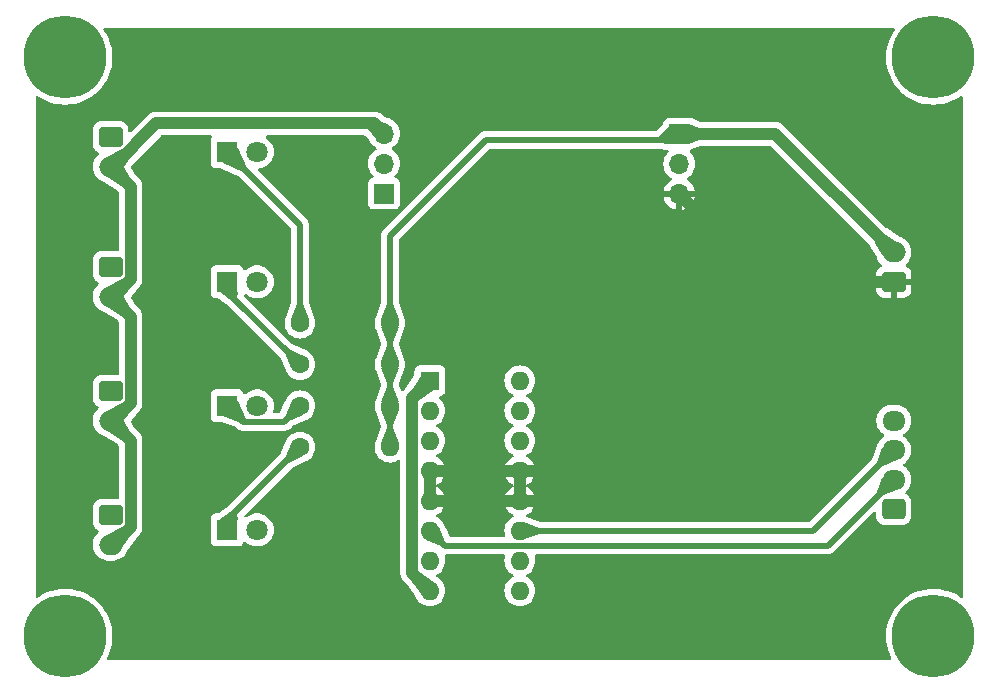
<source format=gtl>
%TF.GenerationSoftware,KiCad,Pcbnew,8.0.5*%
%TF.CreationDate,2024-10-03T12:10:16+09:00*%
%TF.ProjectId,air_test1,6169725f-7465-4737-9431-2e6b69636164,rev?*%
%TF.SameCoordinates,Original*%
%TF.FileFunction,Copper,L1,Top*%
%TF.FilePolarity,Positive*%
%FSLAX46Y46*%
G04 Gerber Fmt 4.6, Leading zero omitted, Abs format (unit mm)*
G04 Created by KiCad (PCBNEW 8.0.5) date 2024-10-03 12:10:16*
%MOMM*%
%LPD*%
G01*
G04 APERTURE LIST*
G04 Aperture macros list*
%AMRoundRect*
0 Rectangle with rounded corners*
0 $1 Rounding radius*
0 $2 $3 $4 $5 $6 $7 $8 $9 X,Y pos of 4 corners*
0 Add a 4 corners polygon primitive as box body*
4,1,4,$2,$3,$4,$5,$6,$7,$8,$9,$2,$3,0*
0 Add four circle primitives for the rounded corners*
1,1,$1+$1,$2,$3*
1,1,$1+$1,$4,$5*
1,1,$1+$1,$6,$7*
1,1,$1+$1,$8,$9*
0 Add four rect primitives between the rounded corners*
20,1,$1+$1,$2,$3,$4,$5,0*
20,1,$1+$1,$4,$5,$6,$7,0*
20,1,$1+$1,$6,$7,$8,$9,0*
20,1,$1+$1,$8,$9,$2,$3,0*%
G04 Aperture macros list end*
%TA.AperFunction,ComponentPad*%
%ADD10R,1.600000X1.600000*%
%TD*%
%TA.AperFunction,ComponentPad*%
%ADD11O,1.600000X1.600000*%
%TD*%
%TA.AperFunction,ComponentPad*%
%ADD12RoundRect,0.250000X-0.750000X0.600000X-0.750000X-0.600000X0.750000X-0.600000X0.750000X0.600000X0*%
%TD*%
%TA.AperFunction,ComponentPad*%
%ADD13O,2.000000X1.700000*%
%TD*%
%TA.AperFunction,ComponentPad*%
%ADD14R,1.700000X1.700000*%
%TD*%
%TA.AperFunction,ComponentPad*%
%ADD15O,1.700000X1.700000*%
%TD*%
%TA.AperFunction,ComponentPad*%
%ADD16RoundRect,0.250000X0.750000X-0.600000X0.750000X0.600000X-0.750000X0.600000X-0.750000X-0.600000X0*%
%TD*%
%TA.AperFunction,ComponentPad*%
%ADD17RoundRect,0.250000X0.725000X-0.600000X0.725000X0.600000X-0.725000X0.600000X-0.725000X-0.600000X0*%
%TD*%
%TA.AperFunction,ComponentPad*%
%ADD18O,1.950000X1.700000*%
%TD*%
%TA.AperFunction,ComponentPad*%
%ADD19C,1.600000*%
%TD*%
%TA.AperFunction,ComponentPad*%
%ADD20R,1.800000X1.800000*%
%TD*%
%TA.AperFunction,ComponentPad*%
%ADD21C,1.800000*%
%TD*%
%TA.AperFunction,ComponentPad*%
%ADD22C,3.900000*%
%TD*%
%TA.AperFunction,ConnectorPad*%
%ADD23C,7.000000*%
%TD*%
%TA.AperFunction,ViaPad*%
%ADD24C,0.600000*%
%TD*%
%TA.AperFunction,Conductor*%
%ADD25C,1.000000*%
%TD*%
%TA.AperFunction,Conductor*%
%ADD26C,0.500000*%
%TD*%
G04 APERTURE END LIST*
D10*
%TO.P,TD62064BP1G1,1,COM*%
%TO.N,+24V*%
X113880000Y-98880000D03*
D11*
%TO.P,TD62064BP1G1,2,O1*%
%TO.N,J1*%
X113880000Y-101420000D03*
%TO.P,TD62064BP1G1,3,I1*%
%TO.N,Net-(J6-Pin_1)*%
X113880000Y-103960000D03*
%TO.P,TD62064BP1G1,4,GND*%
%TO.N,GND*%
X113880000Y-106500000D03*
%TO.P,TD62064BP1G1,5,GND*%
X113880000Y-109040000D03*
%TO.P,TD62064BP1G1,6,I2*%
%TO.N,Net-(J6-Pin_2)*%
X113880000Y-111580000D03*
%TO.P,TD62064BP1G1,7,O2*%
%TO.N,J2*%
X113880000Y-114120000D03*
%TO.P,TD62064BP1G1,8,COM*%
%TO.N,+24V*%
X113880000Y-116660000D03*
%TO.P,TD62064BP1G1,9,O3*%
%TO.N,J3*%
X121500000Y-116660000D03*
%TO.P,TD62064BP1G1,10,NC*%
%TO.N,unconnected-(TD62064BP1G1-NC-Pad10)*%
X121500000Y-114120000D03*
%TO.P,TD62064BP1G1,11,I3*%
%TO.N,Net-(J6-Pin_3)*%
X121500000Y-111580000D03*
%TO.P,TD62064BP1G1,12,GND*%
%TO.N,GND*%
X121500000Y-109040000D03*
%TO.P,TD62064BP1G1,13,GND*%
X121500000Y-106500000D03*
%TO.P,TD62064BP1G1,14,I4*%
%TO.N,Net-(J6-Pin_4)*%
X121500000Y-103960000D03*
%TO.P,TD62064BP1G1,15,NC*%
%TO.N,unconnected-(TD62064BP1G1-NC-Pad15)*%
X121500000Y-101420000D03*
%TO.P,TD62064BP1G1,16,O4*%
%TO.N,J4*%
X121500000Y-98880000D03*
%TD*%
D12*
%TO.P,J3,1,Pin_1*%
%TO.N,J3*%
X86850000Y-99750000D03*
D13*
%TO.P,J3,2,Pin_2*%
%TO.N,+24V*%
X86850000Y-102250000D03*
%TD*%
D14*
%TO.P,J7,1,Pin_1*%
%TO.N,+12V*%
X135000000Y-77975000D03*
D15*
%TO.P,J7,2,Pin_2*%
%TO.N,unconnected-(J7-Pin_2-Pad2)*%
X135000000Y-80515000D03*
%TO.P,J7,3,Pin_3*%
%TO.N,GND*%
X135000000Y-83055000D03*
%TD*%
D16*
%TO.P,J5,1,Pin_1*%
%TO.N,GND*%
X153150000Y-90500000D03*
D13*
%TO.P,J5,2,Pin_2*%
%TO.N,+12V*%
X153150000Y-88000000D03*
%TD*%
D17*
%TO.P,J6,1,Pin_1*%
%TO.N,Net-(J6-Pin_1)*%
X153150000Y-109750000D03*
D18*
%TO.P,J6,2,Pin_2*%
%TO.N,Net-(J6-Pin_2)*%
X153150000Y-107250000D03*
%TO.P,J6,3,Pin_3*%
%TO.N,Net-(J6-Pin_3)*%
X153150000Y-104750000D03*
%TO.P,J6,4,Pin_4*%
%TO.N,Net-(J6-Pin_4)*%
X153150000Y-102250000D03*
%TD*%
D19*
%TO.P,R2,1*%
%TO.N,Net-(D3-K)*%
X102880000Y-101000000D03*
D11*
%TO.P,R2,2*%
%TO.N,+12V*%
X110500000Y-101000000D03*
%TD*%
D20*
%TO.P,D2,1,K*%
%TO.N,Net-(D2-K)*%
X96725000Y-90500000D03*
D21*
%TO.P,D2,2,A*%
%TO.N,J2*%
X99265000Y-90500000D03*
%TD*%
D19*
%TO.P,R1,1*%
%TO.N,Net-(D4-K)*%
X102880000Y-104500000D03*
D11*
%TO.P,R1,2*%
%TO.N,+12V*%
X110500000Y-104500000D03*
%TD*%
D20*
%TO.P,D3,1,K*%
%TO.N,Net-(D3-K)*%
X96725000Y-101000000D03*
D21*
%TO.P,D3,2,A*%
%TO.N,J3*%
X99265000Y-101000000D03*
%TD*%
D22*
%TO.P,REF\u002A\u002A,1*%
%TO.N,N/C*%
X156500000Y-120500000D03*
D23*
X156500000Y-120500000D03*
%TD*%
D20*
%TO.P,D1,1,K*%
%TO.N,Net-(D1-K)*%
X96725000Y-79500000D03*
D21*
%TO.P,D1,2,A*%
%TO.N,J1*%
X99265000Y-79500000D03*
%TD*%
D19*
%TO.P,R4,1*%
%TO.N,Net-(D1-K)*%
X102880000Y-94000000D03*
D11*
%TO.P,R4,2*%
%TO.N,+12V*%
X110500000Y-94000000D03*
%TD*%
D19*
%TO.P,R3,1*%
%TO.N,Net-(D2-K)*%
X102880000Y-97500000D03*
D11*
%TO.P,R3,2*%
%TO.N,+12V*%
X110500000Y-97500000D03*
%TD*%
D12*
%TO.P,J4,1,Pin_1*%
%TO.N,J4*%
X86850000Y-110250000D03*
D13*
%TO.P,J4,2,Pin_2*%
%TO.N,+24V*%
X86850000Y-112750000D03*
%TD*%
D22*
%TO.P,REF\u002A\u002A,1*%
%TO.N,N/C*%
X83000000Y-120500000D03*
D23*
X83000000Y-120500000D03*
%TD*%
D12*
%TO.P,J2,1,Pin_1*%
%TO.N,J2*%
X86850000Y-89250000D03*
D13*
%TO.P,J2,2,Pin_2*%
%TO.N,+24V*%
X86850000Y-91750000D03*
%TD*%
D22*
%TO.P,REF\u002A\u002A,1*%
%TO.N,N/C*%
X156500000Y-71500000D03*
D23*
X156500000Y-71500000D03*
%TD*%
D14*
%TO.P,J8,1,Pin_1*%
%TO.N,unconnected-(J8-Pin_1-Pad1)*%
X110000000Y-83025000D03*
D15*
%TO.P,J8,2,Pin_2*%
%TO.N,unconnected-(J8-Pin_2-Pad2)*%
X110000000Y-80485000D03*
%TO.P,J8,3,Pin_3*%
%TO.N,+24V*%
X110000000Y-77945000D03*
%TD*%
D12*
%TO.P,J1,1,Pin_1*%
%TO.N,J1*%
X86850000Y-78250000D03*
D13*
%TO.P,J1,2,Pin_2*%
%TO.N,+24V*%
X86850000Y-80750000D03*
%TD*%
D22*
%TO.P,REF\u002A\u002A,1*%
%TO.N,N/C*%
X83000000Y-71500000D03*
D23*
X83000000Y-71500000D03*
%TD*%
D20*
%TO.P,D4,1,K*%
%TO.N,Net-(D4-K)*%
X96725000Y-111500000D03*
D21*
%TO.P,D4,2,A*%
%TO.N,J4*%
X99265000Y-111500000D03*
%TD*%
D24*
%TO.N,GND*%
X119500000Y-109000000D03*
X119500000Y-106500000D03*
X116000000Y-106500000D03*
X116000000Y-109000000D03*
%TD*%
D25*
%TO.N,+24V*%
X87050430Y-80750000D02*
X86850000Y-80750000D01*
X88550000Y-82450000D02*
X88550000Y-90250430D01*
X87050430Y-112750000D02*
X86850000Y-112750000D01*
X88550000Y-111250430D02*
X87050430Y-112750000D01*
X87050430Y-91750000D02*
X86850000Y-91750000D01*
X113880000Y-116660000D02*
X112380000Y-115160000D01*
X110000000Y-77945000D02*
X109150000Y-77095000D01*
X86850000Y-80750000D02*
X88550000Y-82450000D01*
X90705430Y-77095000D02*
X87050430Y-80750000D01*
X86850000Y-102250000D02*
X88550000Y-103950000D01*
X88550000Y-100750430D02*
X87050430Y-102250000D01*
X88550000Y-90250430D02*
X87050430Y-91750000D01*
X109150000Y-77095000D02*
X90705430Y-77095000D01*
X86850000Y-91750000D02*
X88550000Y-93450000D01*
X88550000Y-93450000D02*
X88550000Y-100750430D01*
X112380000Y-100380000D02*
X113880000Y-98880000D01*
X88550000Y-103950000D02*
X88550000Y-111250430D01*
X87050430Y-102250000D02*
X86850000Y-102250000D01*
X112380000Y-115160000D02*
X112380000Y-100380000D01*
D26*
%TO.N,+12V*%
X110500000Y-86625000D02*
X110500000Y-94000000D01*
X135000000Y-77975000D02*
X134510000Y-78465000D01*
D25*
X135000000Y-77975000D02*
X143125000Y-77975000D01*
D26*
X110500000Y-101000000D02*
X110500000Y-104500000D01*
X110500000Y-94000000D02*
X110500000Y-97500000D01*
X110500000Y-97500000D02*
X110500000Y-101000000D01*
D25*
X143125000Y-77975000D02*
X153150000Y-88000000D01*
D26*
X118660000Y-78465000D02*
X110500000Y-86625000D01*
X134510000Y-78465000D02*
X118660000Y-78465000D01*
D25*
%TO.N,GND*%
X113880000Y-106500000D02*
X113880000Y-109040000D01*
X119540000Y-109040000D02*
X119500000Y-109000000D01*
X153150000Y-90500000D02*
X142445000Y-90500000D01*
X116000000Y-109000000D02*
X115960000Y-109040000D01*
X126445000Y-106500000D02*
X121500000Y-106500000D01*
X123905000Y-109040000D02*
X126445000Y-106500000D01*
X121500000Y-106500000D02*
X119500000Y-106500000D01*
X121500000Y-109040000D02*
X119540000Y-109040000D01*
X119500000Y-109000000D02*
X119460000Y-109040000D01*
X119500000Y-106500000D02*
X116000000Y-106500000D01*
X115960000Y-109040000D02*
X113880000Y-109040000D01*
X142445000Y-90500000D02*
X135000000Y-83055000D01*
X121500000Y-106500000D02*
X121500000Y-109040000D01*
X121500000Y-109040000D02*
X123905000Y-109040000D01*
X116000000Y-106500000D02*
X113880000Y-106500000D01*
X116040000Y-109040000D02*
X116000000Y-109000000D01*
X119460000Y-109040000D02*
X116040000Y-109040000D01*
X142445000Y-90500000D02*
X126445000Y-106500000D01*
D26*
%TO.N,Net-(J6-Pin_2)*%
X147570000Y-112830000D02*
X115130000Y-112830000D01*
X115130000Y-112830000D02*
X113880000Y-111580000D01*
X153150000Y-107250000D02*
X147570000Y-112830000D01*
%TO.N,Net-(J6-Pin_3)*%
X153150000Y-104750000D02*
X146320000Y-111580000D01*
X146320000Y-111580000D02*
X121500000Y-111580000D01*
%TO.N,Net-(D1-K)*%
X102880000Y-94000000D02*
X102880000Y-85655000D01*
X102880000Y-85655000D02*
X96725000Y-79500000D01*
%TO.N,Net-(D2-K)*%
X96725000Y-91345000D02*
X96725000Y-90500000D01*
X102880000Y-97500000D02*
X96725000Y-91345000D01*
%TO.N,Net-(D3-K)*%
X101530000Y-102350000D02*
X98075000Y-102350000D01*
X98075000Y-102350000D02*
X96725000Y-101000000D01*
X102880000Y-101000000D02*
X101530000Y-102350000D01*
X96725000Y-101000000D02*
X96725000Y-101500000D01*
%TO.N,Net-(D4-K)*%
X96725000Y-110655000D02*
X96725000Y-111500000D01*
X102880000Y-104500000D02*
X96725000Y-110655000D01*
%TD*%
%TA.AperFunction,Conductor*%
%TO.N,GND*%
G36*
X114130000Y-108724314D02*
G01*
X114125606Y-108719920D01*
X114034394Y-108667259D01*
X113932661Y-108640000D01*
X113827339Y-108640000D01*
X113725606Y-108667259D01*
X113634394Y-108719920D01*
X113630000Y-108724314D01*
X113630000Y-106815686D01*
X113634394Y-106820080D01*
X113725606Y-106872741D01*
X113827339Y-106900000D01*
X113932661Y-106900000D01*
X114034394Y-106872741D01*
X114125606Y-106820080D01*
X114130000Y-106815686D01*
X114130000Y-108724314D01*
G37*
%TD.AperFunction*%
%TA.AperFunction,Conductor*%
G36*
X121750000Y-108724314D02*
G01*
X121745606Y-108719920D01*
X121654394Y-108667259D01*
X121552661Y-108640000D01*
X121447339Y-108640000D01*
X121345606Y-108667259D01*
X121254394Y-108719920D01*
X121250000Y-108724314D01*
X121250000Y-106815686D01*
X121254394Y-106820080D01*
X121345606Y-106872741D01*
X121447339Y-106900000D01*
X121552661Y-106900000D01*
X121654394Y-106872741D01*
X121745606Y-106820080D01*
X121750000Y-106815686D01*
X121750000Y-108724314D01*
G37*
%TD.AperFunction*%
%TA.AperFunction,Conductor*%
G36*
X153194164Y-69019685D02*
G01*
X153239919Y-69072489D01*
X153249863Y-69141647D01*
X153226723Y-69197865D01*
X153198189Y-69236339D01*
X153169692Y-69274763D01*
X152967620Y-69611899D01*
X152799562Y-69967227D01*
X152799561Y-69967229D01*
X152667143Y-70337315D01*
X152571637Y-70718593D01*
X152571636Y-70718600D01*
X152513962Y-71107409D01*
X152494675Y-71500000D01*
X152513962Y-71892591D01*
X152513962Y-71892597D01*
X152513963Y-71892599D01*
X152571637Y-72281406D01*
X152667143Y-72662684D01*
X152799561Y-73032770D01*
X152799562Y-73032772D01*
X152967620Y-73388100D01*
X153169692Y-73725236D01*
X153403846Y-74040956D01*
X153667807Y-74332192D01*
X153959043Y-74596153D01*
X153959049Y-74596158D01*
X154274761Y-74830306D01*
X154274763Y-74830307D01*
X154611899Y-75032379D01*
X154611902Y-75032380D01*
X154611903Y-75032381D01*
X154967228Y-75200438D01*
X155337316Y-75332857D01*
X155718600Y-75428364D01*
X156107409Y-75486038D01*
X156500000Y-75505325D01*
X156892591Y-75486038D01*
X157281400Y-75428364D01*
X157662684Y-75332857D01*
X158032772Y-75200438D01*
X158388097Y-75032381D01*
X158725239Y-74830306D01*
X158802134Y-74773276D01*
X158867706Y-74749153D01*
X158935912Y-74764309D01*
X158985096Y-74813934D01*
X159000000Y-74872875D01*
X159000000Y-117127124D01*
X158980315Y-117194163D01*
X158927511Y-117239918D01*
X158858353Y-117249862D01*
X158802134Y-117226722D01*
X158725242Y-117169695D01*
X158388100Y-116967620D01*
X158032772Y-116799562D01*
X158032770Y-116799561D01*
X157662684Y-116667143D01*
X157281406Y-116571637D01*
X157281401Y-116571636D01*
X157281400Y-116571636D01*
X157137256Y-116550254D01*
X156892599Y-116513963D01*
X156892597Y-116513962D01*
X156892591Y-116513962D01*
X156500000Y-116494675D01*
X156107409Y-116513962D01*
X156107403Y-116513962D01*
X156107400Y-116513963D01*
X155718593Y-116571637D01*
X155337315Y-116667143D01*
X154967229Y-116799561D01*
X154967227Y-116799562D01*
X154611899Y-116967620D01*
X154274763Y-117169692D01*
X153959043Y-117403846D01*
X153667807Y-117667807D01*
X153403846Y-117959043D01*
X153169692Y-118274763D01*
X152967620Y-118611899D01*
X152799562Y-118967227D01*
X152799561Y-118967229D01*
X152667143Y-119337315D01*
X152571637Y-119718593D01*
X152529895Y-120000000D01*
X152513962Y-120107409D01*
X152494675Y-120500000D01*
X152513962Y-120892591D01*
X152513962Y-120892597D01*
X152513963Y-120892599D01*
X152571637Y-121281406D01*
X152644136Y-121570834D01*
X152667143Y-121662684D01*
X152799562Y-122032772D01*
X152936823Y-122322985D01*
X152947691Y-122392002D01*
X152919520Y-122455941D01*
X152861253Y-122494499D01*
X152824728Y-122500000D01*
X86675272Y-122500000D01*
X86608233Y-122480315D01*
X86562478Y-122427511D01*
X86552534Y-122358353D01*
X86563175Y-122322987D01*
X86700438Y-122032772D01*
X86832857Y-121662684D01*
X86928364Y-121281400D01*
X86986038Y-120892591D01*
X87005325Y-120500000D01*
X86986038Y-120107409D01*
X86928364Y-119718600D01*
X86832857Y-119337316D01*
X86700438Y-118967228D01*
X86532381Y-118611903D01*
X86330306Y-118274761D01*
X86096158Y-117959049D01*
X86096153Y-117959043D01*
X85832192Y-117667807D01*
X85540956Y-117403846D01*
X85418108Y-117312736D01*
X85225239Y-117169694D01*
X85225236Y-117169692D01*
X84888100Y-116967620D01*
X84532772Y-116799562D01*
X84532770Y-116799561D01*
X84162684Y-116667143D01*
X83781406Y-116571637D01*
X83781401Y-116571636D01*
X83781400Y-116571636D01*
X83637256Y-116550254D01*
X83392599Y-116513963D01*
X83392597Y-116513962D01*
X83392591Y-116513962D01*
X83000000Y-116494675D01*
X82607409Y-116513962D01*
X82607403Y-116513962D01*
X82607400Y-116513963D01*
X82218593Y-116571637D01*
X81837315Y-116667143D01*
X81467229Y-116799561D01*
X81467227Y-116799562D01*
X81111899Y-116967620D01*
X80774757Y-117169695D01*
X80697866Y-117226722D01*
X80632293Y-117250846D01*
X80564087Y-117235690D01*
X80514903Y-117186064D01*
X80500000Y-117127124D01*
X80500000Y-77599983D01*
X85349500Y-77599983D01*
X85349500Y-78900001D01*
X85349501Y-78900018D01*
X85360000Y-79002796D01*
X85360001Y-79002799D01*
X85402200Y-79130145D01*
X85415186Y-79169334D01*
X85506766Y-79317810D01*
X85507289Y-79318657D01*
X85631344Y-79442712D01*
X85786120Y-79538178D01*
X85832845Y-79590126D01*
X85844068Y-79659088D01*
X85816224Y-79723171D01*
X85808706Y-79731398D01*
X85669889Y-79870215D01*
X85544951Y-80042179D01*
X85448444Y-80231585D01*
X85382753Y-80433760D01*
X85349500Y-80643713D01*
X85349500Y-80856286D01*
X85368882Y-80978663D01*
X85382754Y-81066243D01*
X85414138Y-81162834D01*
X85448444Y-81268414D01*
X85544951Y-81457820D01*
X85669890Y-81629786D01*
X85820213Y-81780109D01*
X85992179Y-81905048D01*
X85992181Y-81905049D01*
X85992184Y-81905051D01*
X86081256Y-81950435D01*
X86181587Y-82001557D01*
X86181593Y-82001559D01*
X86244709Y-82022066D01*
X86272058Y-82034812D01*
X87452149Y-82771579D01*
X87474161Y-82789081D01*
X87513181Y-82828101D01*
X87546666Y-82889424D01*
X87549500Y-82915782D01*
X87549500Y-87775500D01*
X87529815Y-87842539D01*
X87477011Y-87888294D01*
X87425500Y-87899500D01*
X86049998Y-87899500D01*
X86049981Y-87899501D01*
X85947203Y-87910000D01*
X85947200Y-87910001D01*
X85780668Y-87965185D01*
X85780663Y-87965187D01*
X85631342Y-88057289D01*
X85507289Y-88181342D01*
X85415187Y-88330663D01*
X85415186Y-88330666D01*
X85360001Y-88497203D01*
X85360001Y-88497204D01*
X85360000Y-88497204D01*
X85349500Y-88599983D01*
X85349500Y-89900001D01*
X85349501Y-89900018D01*
X85360000Y-90002796D01*
X85360001Y-90002799D01*
X85415185Y-90169331D01*
X85415187Y-90169336D01*
X85507289Y-90318657D01*
X85631344Y-90442712D01*
X85786120Y-90538178D01*
X85832845Y-90590126D01*
X85844068Y-90659088D01*
X85816224Y-90723171D01*
X85808706Y-90731398D01*
X85669889Y-90870215D01*
X85544951Y-91042179D01*
X85448444Y-91231585D01*
X85382753Y-91433760D01*
X85349500Y-91643713D01*
X85349500Y-91856286D01*
X85382753Y-92066239D01*
X85448444Y-92268414D01*
X85544951Y-92457820D01*
X85669890Y-92629786D01*
X85820213Y-92780109D01*
X85992179Y-92905048D01*
X85992181Y-92905049D01*
X85992184Y-92905051D01*
X86081256Y-92950435D01*
X86181587Y-93001557D01*
X86181593Y-93001559D01*
X86244709Y-93022066D01*
X86272058Y-93034812D01*
X87452149Y-93771579D01*
X87474161Y-93789081D01*
X87513181Y-93828101D01*
X87546666Y-93889424D01*
X87549500Y-93915782D01*
X87549500Y-98275500D01*
X87529815Y-98342539D01*
X87477011Y-98388294D01*
X87425500Y-98399500D01*
X86049998Y-98399500D01*
X86049981Y-98399501D01*
X85947203Y-98410000D01*
X85947200Y-98410001D01*
X85780668Y-98465185D01*
X85780663Y-98465187D01*
X85631342Y-98557289D01*
X85507289Y-98681342D01*
X85415187Y-98830663D01*
X85415186Y-98830666D01*
X85360001Y-98997203D01*
X85360001Y-98997204D01*
X85360000Y-98997204D01*
X85349500Y-99099983D01*
X85349500Y-100400001D01*
X85349501Y-100400018D01*
X85360000Y-100502796D01*
X85360001Y-100502799D01*
X85376806Y-100553511D01*
X85415186Y-100669334D01*
X85507288Y-100818656D01*
X85631344Y-100942712D01*
X85721700Y-100998444D01*
X85786120Y-101038178D01*
X85832845Y-101090126D01*
X85844068Y-101159088D01*
X85816224Y-101223171D01*
X85808706Y-101231398D01*
X85669889Y-101370215D01*
X85544951Y-101542179D01*
X85448444Y-101731585D01*
X85382753Y-101933760D01*
X85349500Y-102143713D01*
X85349500Y-102356286D01*
X85380271Y-102550570D01*
X85382754Y-102566243D01*
X85445052Y-102757977D01*
X85448444Y-102768414D01*
X85544951Y-102957820D01*
X85669890Y-103129786D01*
X85820213Y-103280109D01*
X85992179Y-103405048D01*
X85992181Y-103405049D01*
X85992184Y-103405051D01*
X86081256Y-103450435D01*
X86181587Y-103501557D01*
X86181593Y-103501559D01*
X86244709Y-103522066D01*
X86272058Y-103534812D01*
X87452149Y-104271579D01*
X87474161Y-104289081D01*
X87513181Y-104328101D01*
X87546666Y-104389424D01*
X87549500Y-104415782D01*
X87549500Y-108775500D01*
X87529815Y-108842539D01*
X87477011Y-108888294D01*
X87425500Y-108899500D01*
X86049998Y-108899500D01*
X86049981Y-108899501D01*
X85947203Y-108910000D01*
X85947200Y-108910001D01*
X85780668Y-108965185D01*
X85780663Y-108965187D01*
X85631342Y-109057289D01*
X85507289Y-109181342D01*
X85415187Y-109330663D01*
X85415186Y-109330666D01*
X85360001Y-109497203D01*
X85360001Y-109497204D01*
X85360000Y-109497204D01*
X85349500Y-109599983D01*
X85349500Y-110900001D01*
X85349501Y-110900018D01*
X85360000Y-111002796D01*
X85360001Y-111002799D01*
X85415185Y-111169331D01*
X85415187Y-111169336D01*
X85507289Y-111318657D01*
X85631344Y-111442712D01*
X85786120Y-111538178D01*
X85832845Y-111590126D01*
X85844068Y-111659088D01*
X85816224Y-111723171D01*
X85808706Y-111731398D01*
X85669889Y-111870215D01*
X85544951Y-112042179D01*
X85448444Y-112231585D01*
X85382753Y-112433760D01*
X85349500Y-112643713D01*
X85349500Y-112856286D01*
X85382753Y-113066239D01*
X85448444Y-113268414D01*
X85544951Y-113457820D01*
X85669890Y-113629786D01*
X85820213Y-113780109D01*
X85992179Y-113905048D01*
X85992181Y-113905049D01*
X85992184Y-113905051D01*
X86181588Y-114001557D01*
X86383757Y-114067246D01*
X86593713Y-114100500D01*
X86593714Y-114100500D01*
X87106286Y-114100500D01*
X87106287Y-114100500D01*
X87316243Y-114067246D01*
X87518412Y-114001557D01*
X87707816Y-113905051D01*
X87729789Y-113889086D01*
X87879786Y-113780109D01*
X87879788Y-113780106D01*
X87879792Y-113780104D01*
X88030104Y-113629792D01*
X88155051Y-113457816D01*
X88241918Y-113287325D01*
X88250875Y-113272433D01*
X88968284Y-112249700D01*
X88982107Y-112233241D01*
X89187778Y-112027571D01*
X89187782Y-112027569D01*
X89327139Y-111888212D01*
X89436632Y-111724344D01*
X89492279Y-111589999D01*
X89512051Y-111542266D01*
X89539080Y-111406384D01*
X89550500Y-111348971D01*
X89550500Y-110552135D01*
X95324500Y-110552135D01*
X95324500Y-112447870D01*
X95324501Y-112447876D01*
X95330908Y-112507483D01*
X95381202Y-112642328D01*
X95381206Y-112642335D01*
X95467452Y-112757544D01*
X95467455Y-112757547D01*
X95582664Y-112843793D01*
X95582671Y-112843797D01*
X95717517Y-112894091D01*
X95717516Y-112894091D01*
X95724444Y-112894835D01*
X95777127Y-112900500D01*
X97672872Y-112900499D01*
X97732483Y-112894091D01*
X97867331Y-112843796D01*
X97982546Y-112757546D01*
X98068796Y-112642331D01*
X98097455Y-112565493D01*
X98139326Y-112509559D01*
X98204790Y-112485141D01*
X98273063Y-112499992D01*
X98304866Y-112524843D01*
X98312302Y-112532920D01*
X98313215Y-112533912D01*
X98313222Y-112533918D01*
X98496365Y-112676464D01*
X98496371Y-112676468D01*
X98496374Y-112676470D01*
X98700497Y-112786936D01*
X98814487Y-112826068D01*
X98920015Y-112862297D01*
X98920017Y-112862297D01*
X98920019Y-112862298D01*
X99148951Y-112900500D01*
X99148952Y-112900500D01*
X99381048Y-112900500D01*
X99381049Y-112900500D01*
X99609981Y-112862298D01*
X99829503Y-112786936D01*
X100033626Y-112676470D01*
X100216784Y-112533913D01*
X100373979Y-112363153D01*
X100500924Y-112168849D01*
X100594157Y-111956300D01*
X100651134Y-111731305D01*
X100651808Y-111723171D01*
X100670300Y-111500006D01*
X100670300Y-111499993D01*
X100651135Y-111268702D01*
X100651133Y-111268691D01*
X100594157Y-111043699D01*
X100500924Y-110831151D01*
X100373983Y-110636852D01*
X100373980Y-110636849D01*
X100373979Y-110636847D01*
X100216784Y-110466087D01*
X100216779Y-110466083D01*
X100216777Y-110466081D01*
X100033634Y-110323535D01*
X100033628Y-110323531D01*
X99829504Y-110213064D01*
X99829495Y-110213061D01*
X99609984Y-110137702D01*
X99419450Y-110105908D01*
X99381049Y-110099500D01*
X99148951Y-110099500D01*
X99110550Y-110105908D01*
X98920015Y-110137702D01*
X98700504Y-110213061D01*
X98700495Y-110213064D01*
X98496372Y-110323531D01*
X98364831Y-110425913D01*
X98299837Y-110451555D01*
X98231297Y-110437988D01*
X98180972Y-110389520D01*
X98164841Y-110321538D01*
X98188024Y-110255626D01*
X98200982Y-110240384D01*
X102188639Y-106252726D01*
X102225300Y-106227391D01*
X103383781Y-105704505D01*
X103424728Y-105683736D01*
X103424738Y-105683727D01*
X103429663Y-105680617D01*
X103429844Y-105680904D01*
X103446377Y-105670836D01*
X103532734Y-105630568D01*
X103719139Y-105500047D01*
X103880047Y-105339139D01*
X104010568Y-105152734D01*
X104106739Y-104946496D01*
X104165635Y-104726692D01*
X104185468Y-104500000D01*
X104165635Y-104273308D01*
X104106739Y-104053504D01*
X104010568Y-103847266D01*
X103880047Y-103660861D01*
X103880045Y-103660858D01*
X103719141Y-103499954D01*
X103532734Y-103369432D01*
X103532732Y-103369431D01*
X103326497Y-103273261D01*
X103326488Y-103273258D01*
X103106697Y-103214366D01*
X103106693Y-103214365D01*
X103106692Y-103214365D01*
X103106691Y-103214364D01*
X103106686Y-103214364D01*
X102880002Y-103194532D01*
X102879998Y-103194532D01*
X102653313Y-103214364D01*
X102653302Y-103214366D01*
X102433511Y-103273258D01*
X102433502Y-103273261D01*
X102227267Y-103369431D01*
X102227265Y-103369432D01*
X102040858Y-103499954D01*
X101879954Y-103660858D01*
X101749431Y-103847266D01*
X101695676Y-103962543D01*
X101687908Y-103976709D01*
X101675501Y-103996205D01*
X101675493Y-103996219D01*
X101540263Y-104295828D01*
X101152606Y-105154697D01*
X101127266Y-105191365D01*
X96942389Y-109376241D01*
X96928559Y-109388169D01*
X96002024Y-110075109D01*
X95936448Y-110099224D01*
X95928174Y-110099500D01*
X95777130Y-110099500D01*
X95777123Y-110099501D01*
X95717516Y-110105908D01*
X95582671Y-110156202D01*
X95582664Y-110156206D01*
X95467455Y-110242452D01*
X95467452Y-110242455D01*
X95381206Y-110357664D01*
X95381202Y-110357671D01*
X95330908Y-110492517D01*
X95324501Y-110552116D01*
X95324500Y-110552135D01*
X89550500Y-110552135D01*
X89550500Y-103851459D01*
X89550500Y-103851456D01*
X89526998Y-103733308D01*
X89519842Y-103697334D01*
X89519842Y-103697331D01*
X89512052Y-103658171D01*
X89512051Y-103658164D01*
X89474391Y-103567246D01*
X89460957Y-103534814D01*
X89436635Y-103476093D01*
X89436634Y-103476092D01*
X89436632Y-103476086D01*
X89385580Y-103399681D01*
X89327139Y-103312217D01*
X89184686Y-103169764D01*
X89184655Y-103169735D01*
X88894959Y-102880039D01*
X88875193Y-102854255D01*
X88843837Y-102799824D01*
X88780571Y-102690000D01*
X88607219Y-102389079D01*
X88590813Y-102321164D01*
X88613152Y-102255974D01*
X88663824Y-102183737D01*
X88968284Y-101749700D01*
X88982107Y-101733241D01*
X89187778Y-101527571D01*
X89187782Y-101527569D01*
X89327139Y-101388212D01*
X89436632Y-101224344D01*
X89492279Y-101089999D01*
X89512051Y-101042266D01*
X89550500Y-100848970D01*
X89550500Y-100651890D01*
X89550500Y-100052135D01*
X95324500Y-100052135D01*
X95324500Y-101947870D01*
X95324501Y-101947876D01*
X95330908Y-102007483D01*
X95381202Y-102142328D01*
X95381206Y-102142335D01*
X95467452Y-102257544D01*
X95467455Y-102257547D01*
X95582664Y-102343793D01*
X95582671Y-102343797D01*
X95616156Y-102356286D01*
X95717517Y-102394091D01*
X95777127Y-102400500D01*
X96273425Y-102400499D01*
X96315487Y-102407851D01*
X97471771Y-102824790D01*
X97517388Y-102853755D01*
X97596584Y-102932951D01*
X97596585Y-102932952D01*
X97719498Y-103015080D01*
X97719511Y-103015087D01*
X97856082Y-103071656D01*
X97856087Y-103071658D01*
X97856091Y-103071658D01*
X97856092Y-103071659D01*
X98001079Y-103100500D01*
X98001082Y-103100500D01*
X101603920Y-103100500D01*
X101701462Y-103081096D01*
X101748913Y-103071658D01*
X101885495Y-103015084D01*
X101968005Y-102959953D01*
X102008416Y-102932952D01*
X102188642Y-102752724D01*
X102225301Y-102727391D01*
X103383781Y-102204505D01*
X103424728Y-102183736D01*
X103424738Y-102183727D01*
X103429663Y-102180617D01*
X103429844Y-102180904D01*
X103446377Y-102170836D01*
X103532734Y-102130568D01*
X103719139Y-102000047D01*
X103880047Y-101839139D01*
X104010568Y-101652734D01*
X104106739Y-101446496D01*
X104165635Y-101226692D01*
X104182634Y-101032384D01*
X104185468Y-101000001D01*
X104185468Y-100999998D01*
X104172255Y-100848972D01*
X104165635Y-100773308D01*
X104114069Y-100580861D01*
X104106741Y-100553511D01*
X104106738Y-100553502D01*
X104080020Y-100496205D01*
X104010568Y-100347266D01*
X103880047Y-100160861D01*
X103880045Y-100160858D01*
X103719141Y-99999954D01*
X103532734Y-99869432D01*
X103532732Y-99869431D01*
X103326497Y-99773261D01*
X103326488Y-99773258D01*
X103106697Y-99714366D01*
X103106693Y-99714365D01*
X103106692Y-99714365D01*
X103106691Y-99714364D01*
X103106686Y-99714364D01*
X102880002Y-99694532D01*
X102879998Y-99694532D01*
X102653313Y-99714364D01*
X102653302Y-99714366D01*
X102433511Y-99773258D01*
X102433502Y-99773261D01*
X102227267Y-99869431D01*
X102227265Y-99869432D01*
X102040858Y-99999954D01*
X101879954Y-100160858D01*
X101749431Y-100347266D01*
X101695676Y-100462543D01*
X101687908Y-100476709D01*
X101675501Y-100496205D01*
X101675493Y-100496219D01*
X101540263Y-100795828D01*
X101210464Y-101526513D01*
X101164943Y-101579518D01*
X101097991Y-101599499D01*
X101097443Y-101599500D01*
X100717209Y-101599500D01*
X100650170Y-101579815D01*
X100604415Y-101527011D01*
X100594471Y-101457853D01*
X100597004Y-101445059D01*
X100651131Y-101231317D01*
X100651131Y-101231316D01*
X100651134Y-101231305D01*
X100651516Y-101226697D01*
X100670300Y-101000006D01*
X100670300Y-100999993D01*
X100651135Y-100768702D01*
X100651133Y-100768691D01*
X100594157Y-100543699D01*
X100500924Y-100331151D01*
X100373983Y-100136852D01*
X100373980Y-100136849D01*
X100373979Y-100136847D01*
X100216784Y-99966087D01*
X100216779Y-99966083D01*
X100216777Y-99966081D01*
X100033634Y-99823535D01*
X100033628Y-99823531D01*
X99829504Y-99713064D01*
X99829495Y-99713061D01*
X99609984Y-99637702D01*
X99401118Y-99602849D01*
X99381049Y-99599500D01*
X99148951Y-99599500D01*
X99128882Y-99602849D01*
X98920015Y-99637702D01*
X98700504Y-99713061D01*
X98700495Y-99713064D01*
X98496371Y-99823531D01*
X98496365Y-99823535D01*
X98313222Y-99966081D01*
X98313218Y-99966085D01*
X98304866Y-99975158D01*
X98244979Y-100011148D01*
X98175141Y-100009047D01*
X98117525Y-99969522D01*
X98097455Y-99934507D01*
X98068797Y-99857671D01*
X98068793Y-99857664D01*
X97982547Y-99742455D01*
X97982544Y-99742452D01*
X97867335Y-99656206D01*
X97867328Y-99656202D01*
X97732482Y-99605908D01*
X97732483Y-99605908D01*
X97672883Y-99599501D01*
X97672881Y-99599500D01*
X97672873Y-99599500D01*
X97672864Y-99599500D01*
X95777129Y-99599500D01*
X95777123Y-99599501D01*
X95717516Y-99605908D01*
X95582671Y-99656202D01*
X95582664Y-99656206D01*
X95467455Y-99742452D01*
X95467452Y-99742455D01*
X95381206Y-99857664D01*
X95381202Y-99857671D01*
X95330908Y-99992517D01*
X95324501Y-100052116D01*
X95324500Y-100052135D01*
X89550500Y-100052135D01*
X89550500Y-93351459D01*
X89550500Y-93351456D01*
X89512052Y-93158170D01*
X89512051Y-93158169D01*
X89512051Y-93158165D01*
X89457623Y-93026763D01*
X89436635Y-92976092D01*
X89436628Y-92976079D01*
X89327139Y-92812218D01*
X89327136Y-92812214D01*
X89184686Y-92669764D01*
X89184655Y-92669735D01*
X88894959Y-92380039D01*
X88875193Y-92354255D01*
X88843837Y-92299824D01*
X88627849Y-91924890D01*
X88607219Y-91889079D01*
X88590813Y-91821164D01*
X88613152Y-91755974D01*
X88653607Y-91698302D01*
X88968284Y-91249700D01*
X88982107Y-91233241D01*
X89187778Y-91027571D01*
X89187782Y-91027569D01*
X89327139Y-90888212D01*
X89436632Y-90724344D01*
X89492279Y-90589999D01*
X89512051Y-90542266D01*
X89550500Y-90348970D01*
X89550500Y-90151890D01*
X89550500Y-89552135D01*
X95324500Y-89552135D01*
X95324500Y-91447870D01*
X95324501Y-91447876D01*
X95330908Y-91507483D01*
X95381202Y-91642328D01*
X95381206Y-91642335D01*
X95467452Y-91757544D01*
X95467455Y-91757547D01*
X95582664Y-91843793D01*
X95582671Y-91843797D01*
X95599297Y-91849998D01*
X95717517Y-91894091D01*
X95777127Y-91900500D01*
X95928175Y-91900499D01*
X95995215Y-91920183D01*
X96002027Y-91924890D01*
X96928558Y-92611827D01*
X96942384Y-92623752D01*
X101127267Y-96808634D01*
X101152607Y-96845302D01*
X101675489Y-98003770D01*
X101675496Y-98003786D01*
X101696263Y-98044729D01*
X101699379Y-98049659D01*
X101699092Y-98049840D01*
X101709162Y-98066376D01*
X101749432Y-98152734D01*
X101749433Y-98152735D01*
X101879954Y-98339141D01*
X102040858Y-98500045D01*
X102040861Y-98500047D01*
X102227266Y-98630568D01*
X102433504Y-98726739D01*
X102653308Y-98785635D01*
X102815230Y-98799801D01*
X102879998Y-98805468D01*
X102880000Y-98805468D01*
X102880002Y-98805468D01*
X102936673Y-98800509D01*
X103106692Y-98785635D01*
X103326496Y-98726739D01*
X103532734Y-98630568D01*
X103719139Y-98500047D01*
X103880047Y-98339139D01*
X104010568Y-98152734D01*
X104106739Y-97946496D01*
X104165635Y-97726692D01*
X104185468Y-97500000D01*
X104165635Y-97273308D01*
X104106739Y-97053504D01*
X104010568Y-96847266D01*
X103880047Y-96660861D01*
X103880045Y-96660858D01*
X103719141Y-96499954D01*
X103532735Y-96369433D01*
X103532736Y-96369433D01*
X103532734Y-96369432D01*
X103417453Y-96315675D01*
X103403285Y-96307906D01*
X103383785Y-96295496D01*
X103383780Y-96295493D01*
X102225302Y-95772607D01*
X102188634Y-95747267D01*
X98200993Y-91759625D01*
X98167508Y-91698302D01*
X98172492Y-91628610D01*
X98214364Y-91572677D01*
X98279828Y-91548260D01*
X98348101Y-91563112D01*
X98364836Y-91574091D01*
X98496365Y-91676464D01*
X98496371Y-91676468D01*
X98496374Y-91676470D01*
X98536716Y-91698302D01*
X98695729Y-91784356D01*
X98700497Y-91786936D01*
X98798668Y-91820638D01*
X98920015Y-91862297D01*
X98920017Y-91862297D01*
X98920019Y-91862298D01*
X99148951Y-91900500D01*
X99148952Y-91900500D01*
X99381048Y-91900500D01*
X99381049Y-91900500D01*
X99609981Y-91862298D01*
X99829503Y-91786936D01*
X100033626Y-91676470D01*
X100216784Y-91533913D01*
X100373979Y-91363153D01*
X100500924Y-91168849D01*
X100594157Y-90956300D01*
X100651134Y-90731305D01*
X100651808Y-90723171D01*
X100670300Y-90500006D01*
X100670300Y-90499993D01*
X100651135Y-90268702D01*
X100651133Y-90268691D01*
X100594157Y-90043699D01*
X100500924Y-89831151D01*
X100373983Y-89636852D01*
X100373980Y-89636849D01*
X100373979Y-89636847D01*
X100216784Y-89466087D01*
X100216779Y-89466083D01*
X100216777Y-89466081D01*
X100033634Y-89323535D01*
X100033628Y-89323531D01*
X99829504Y-89213064D01*
X99829495Y-89213061D01*
X99609984Y-89137702D01*
X99419450Y-89105908D01*
X99381049Y-89099500D01*
X99148951Y-89099500D01*
X99110550Y-89105908D01*
X98920015Y-89137702D01*
X98700504Y-89213061D01*
X98700495Y-89213064D01*
X98496371Y-89323531D01*
X98496365Y-89323535D01*
X98313222Y-89466081D01*
X98313218Y-89466085D01*
X98304866Y-89475158D01*
X98244979Y-89511148D01*
X98175141Y-89509047D01*
X98117525Y-89469522D01*
X98097455Y-89434507D01*
X98068797Y-89357671D01*
X98068793Y-89357664D01*
X97982547Y-89242455D01*
X97982544Y-89242452D01*
X97867335Y-89156206D01*
X97867328Y-89156202D01*
X97732482Y-89105908D01*
X97732483Y-89105908D01*
X97672883Y-89099501D01*
X97672881Y-89099500D01*
X97672873Y-89099500D01*
X97672864Y-89099500D01*
X95777129Y-89099500D01*
X95777123Y-89099501D01*
X95717516Y-89105908D01*
X95582671Y-89156202D01*
X95582664Y-89156206D01*
X95467455Y-89242452D01*
X95467452Y-89242455D01*
X95381206Y-89357664D01*
X95381202Y-89357671D01*
X95330908Y-89492517D01*
X95324501Y-89552116D01*
X95324500Y-89552135D01*
X89550500Y-89552135D01*
X89550500Y-82351459D01*
X89550500Y-82351456D01*
X89512052Y-82158170D01*
X89512051Y-82158169D01*
X89512051Y-82158165D01*
X89474504Y-82067517D01*
X89436635Y-81976092D01*
X89436628Y-81976079D01*
X89327139Y-81812218D01*
X89327136Y-81812214D01*
X89184686Y-81669764D01*
X89184655Y-81669735D01*
X88894959Y-81380039D01*
X88875193Y-81354255D01*
X88843837Y-81299824D01*
X88709276Y-81066239D01*
X88607219Y-80889079D01*
X88590813Y-80821164D01*
X88613152Y-80755974D01*
X88617053Y-80750413D01*
X88968283Y-80249702D01*
X88982106Y-80233243D01*
X91083532Y-78131819D01*
X91144855Y-78098334D01*
X91171213Y-78095500D01*
X95329742Y-78095500D01*
X95396781Y-78115185D01*
X95442536Y-78167989D01*
X95452480Y-78237147D01*
X95429008Y-78293810D01*
X95423849Y-78300703D01*
X95381204Y-78357668D01*
X95381202Y-78357671D01*
X95330908Y-78492517D01*
X95324501Y-78552116D01*
X95324500Y-78552135D01*
X95324500Y-80447870D01*
X95324501Y-80447876D01*
X95330908Y-80507483D01*
X95381202Y-80642328D01*
X95381206Y-80642335D01*
X95467452Y-80757544D01*
X95467455Y-80757547D01*
X95582664Y-80843793D01*
X95582671Y-80843797D01*
X95616156Y-80856286D01*
X95717517Y-80894091D01*
X95777127Y-80900500D01*
X96201167Y-80900499D01*
X96253855Y-80912250D01*
X96851622Y-81192834D01*
X97783414Y-81630205D01*
X97818405Y-81654772D01*
X102093181Y-85929548D01*
X102126666Y-85990871D01*
X102129500Y-86017229D01*
X102129500Y-92271761D01*
X102121489Y-92315607D01*
X101672068Y-93504484D01*
X101672045Y-93504547D01*
X101664876Y-93526472D01*
X101659405Y-93540325D01*
X101653261Y-93553502D01*
X101594366Y-93773302D01*
X101594364Y-93773313D01*
X101574532Y-93999998D01*
X101574532Y-94000001D01*
X101594364Y-94226686D01*
X101594366Y-94226697D01*
X101653258Y-94446488D01*
X101653261Y-94446497D01*
X101749431Y-94652732D01*
X101749432Y-94652734D01*
X101879954Y-94839141D01*
X102040858Y-95000045D01*
X102040861Y-95000047D01*
X102227266Y-95130568D01*
X102433504Y-95226739D01*
X102653308Y-95285635D01*
X102815230Y-95299801D01*
X102879998Y-95305468D01*
X102880000Y-95305468D01*
X102880002Y-95305468D01*
X102936673Y-95300509D01*
X103106692Y-95285635D01*
X103326496Y-95226739D01*
X103532734Y-95130568D01*
X103719139Y-95000047D01*
X103880047Y-94839139D01*
X104010568Y-94652734D01*
X104106739Y-94446496D01*
X104165635Y-94226692D01*
X104185468Y-94000000D01*
X104185468Y-93999998D01*
X109194532Y-93999998D01*
X109194532Y-94000001D01*
X109214364Y-94226686D01*
X109214366Y-94226697D01*
X109273258Y-94446488D01*
X109273263Y-94446502D01*
X109282646Y-94466623D01*
X109291310Y-94492124D01*
X109292057Y-94495484D01*
X109292058Y-94495486D01*
X109292062Y-94495499D01*
X109741489Y-95684390D01*
X109749500Y-95728236D01*
X109749500Y-95771761D01*
X109741489Y-95815607D01*
X109292068Y-97004484D01*
X109292045Y-97004547D01*
X109284876Y-97026472D01*
X109279405Y-97040325D01*
X109273261Y-97053502D01*
X109214366Y-97273302D01*
X109214364Y-97273313D01*
X109194532Y-97499998D01*
X109194532Y-97500001D01*
X109214364Y-97726686D01*
X109214366Y-97726697D01*
X109273258Y-97946488D01*
X109273263Y-97946502D01*
X109282646Y-97966623D01*
X109291310Y-97992124D01*
X109292057Y-97995484D01*
X109292058Y-97995486D01*
X109292062Y-97995499D01*
X109741489Y-99184390D01*
X109749500Y-99228236D01*
X109749500Y-99271761D01*
X109741489Y-99315607D01*
X109292068Y-100504484D01*
X109292045Y-100504547D01*
X109284876Y-100526472D01*
X109279405Y-100540325D01*
X109273261Y-100553502D01*
X109214366Y-100773302D01*
X109214364Y-100773313D01*
X109194532Y-100999998D01*
X109194532Y-101000001D01*
X109214364Y-101226686D01*
X109214366Y-101226697D01*
X109273258Y-101446488D01*
X109273263Y-101446502D01*
X109282646Y-101466623D01*
X109291310Y-101492124D01*
X109292057Y-101495484D01*
X109292059Y-101495490D01*
X109292062Y-101495499D01*
X109741489Y-102684390D01*
X109749500Y-102728236D01*
X109749500Y-102771761D01*
X109741489Y-102815607D01*
X109292068Y-104004484D01*
X109292045Y-104004547D01*
X109284876Y-104026472D01*
X109279405Y-104040325D01*
X109273261Y-104053502D01*
X109214366Y-104273302D01*
X109214364Y-104273313D01*
X109194532Y-104499998D01*
X109194532Y-104500001D01*
X109214364Y-104726686D01*
X109214366Y-104726697D01*
X109273258Y-104946488D01*
X109273261Y-104946497D01*
X109369431Y-105152732D01*
X109369432Y-105152734D01*
X109499954Y-105339141D01*
X109660858Y-105500045D01*
X109660861Y-105500047D01*
X109847266Y-105630568D01*
X110053504Y-105726739D01*
X110273308Y-105785635D01*
X110435230Y-105799801D01*
X110499998Y-105805468D01*
X110500000Y-105805468D01*
X110500002Y-105805468D01*
X110556673Y-105800509D01*
X110726692Y-105785635D01*
X110946496Y-105726739D01*
X111152734Y-105630568D01*
X111184378Y-105608410D01*
X111250583Y-105586084D01*
X111318350Y-105603094D01*
X111366163Y-105654042D01*
X111379500Y-105709986D01*
X111379500Y-115258541D01*
X111379500Y-115258543D01*
X111379499Y-115258543D01*
X111417947Y-115451829D01*
X111417950Y-115451839D01*
X111493364Y-115633907D01*
X111493371Y-115633920D01*
X111602859Y-115797780D01*
X111602860Y-115797781D01*
X111602861Y-115797782D01*
X111742218Y-115937139D01*
X111742219Y-115937139D01*
X111749286Y-115944206D01*
X111749285Y-115944206D01*
X111749289Y-115944209D01*
X111980945Y-116175865D01*
X111995602Y-116193525D01*
X112123027Y-116379762D01*
X112499959Y-116930664D01*
X112499960Y-116930666D01*
X112718129Y-117249530D01*
X112728172Y-117267144D01*
X112749433Y-117312736D01*
X112879953Y-117499140D01*
X112911673Y-117530859D01*
X112916470Y-117536125D01*
X112916510Y-117536090D01*
X112918593Y-117538362D01*
X112964644Y-117583833D01*
X112965062Y-117584248D01*
X113040859Y-117660045D01*
X113040862Y-117660048D01*
X113051945Y-117667808D01*
X113227266Y-117790568D01*
X113433504Y-117886739D01*
X113653308Y-117945635D01*
X113806562Y-117959043D01*
X113879998Y-117965468D01*
X113880000Y-117965468D01*
X113880002Y-117965468D01*
X113953369Y-117959049D01*
X114106692Y-117945635D01*
X114326496Y-117886739D01*
X114532734Y-117790568D01*
X114719139Y-117660047D01*
X114880047Y-117499139D01*
X115010568Y-117312734D01*
X115106739Y-117106496D01*
X115165635Y-116886692D01*
X115185468Y-116660000D01*
X115165635Y-116433308D01*
X115106739Y-116213504D01*
X115010568Y-116007266D01*
X114880047Y-115820861D01*
X114880045Y-115820858D01*
X114719141Y-115659954D01*
X114532735Y-115529432D01*
X114532728Y-115529428D01*
X114487141Y-115508170D01*
X114469523Y-115498125D01*
X114459458Y-115491238D01*
X114415247Y-115437135D01*
X114407305Y-115367718D01*
X114438153Y-115305027D01*
X114477073Y-115276523D01*
X114532734Y-115250568D01*
X114719139Y-115120047D01*
X114880047Y-114959139D01*
X115010568Y-114772734D01*
X115106739Y-114566496D01*
X115165635Y-114346692D01*
X115185468Y-114120000D01*
X115165635Y-113893308D01*
X115123644Y-113736593D01*
X115125307Y-113666743D01*
X115164470Y-113608881D01*
X115228698Y-113581377D01*
X115243419Y-113580500D01*
X120136581Y-113580500D01*
X120203620Y-113600185D01*
X120249375Y-113652989D01*
X120259319Y-113722147D01*
X120256356Y-113736593D01*
X120214366Y-113893302D01*
X120214364Y-113893313D01*
X120194532Y-114119998D01*
X120194532Y-114120001D01*
X120214364Y-114346686D01*
X120214366Y-114346697D01*
X120273258Y-114566488D01*
X120273261Y-114566497D01*
X120369431Y-114772732D01*
X120369432Y-114772734D01*
X120499954Y-114959141D01*
X120660858Y-115120045D01*
X120660861Y-115120047D01*
X120847266Y-115250568D01*
X120902918Y-115276519D01*
X120905275Y-115277618D01*
X120957714Y-115323791D01*
X120976866Y-115390984D01*
X120956650Y-115457865D01*
X120905275Y-115502382D01*
X120847267Y-115529431D01*
X120847265Y-115529432D01*
X120660858Y-115659954D01*
X120499954Y-115820858D01*
X120369432Y-116007265D01*
X120369431Y-116007267D01*
X120273261Y-116213502D01*
X120273258Y-116213511D01*
X120214366Y-116433302D01*
X120214364Y-116433313D01*
X120194532Y-116659998D01*
X120194532Y-116660001D01*
X120214364Y-116886686D01*
X120214366Y-116886697D01*
X120273258Y-117106488D01*
X120273261Y-117106497D01*
X120369431Y-117312732D01*
X120369432Y-117312734D01*
X120499954Y-117499141D01*
X120660858Y-117660045D01*
X120671945Y-117667808D01*
X120847266Y-117790568D01*
X121053504Y-117886739D01*
X121273308Y-117945635D01*
X121426562Y-117959043D01*
X121499998Y-117965468D01*
X121500000Y-117965468D01*
X121500002Y-117965468D01*
X121573369Y-117959049D01*
X121726692Y-117945635D01*
X121946496Y-117886739D01*
X122152734Y-117790568D01*
X122339139Y-117660047D01*
X122500047Y-117499139D01*
X122630568Y-117312734D01*
X122726739Y-117106496D01*
X122785635Y-116886692D01*
X122805468Y-116660000D01*
X122785635Y-116433308D01*
X122726739Y-116213504D01*
X122630568Y-116007266D01*
X122500047Y-115820861D01*
X122500045Y-115820858D01*
X122339141Y-115659954D01*
X122152734Y-115529432D01*
X122152728Y-115529429D01*
X122107138Y-115508170D01*
X122094724Y-115502381D01*
X122042285Y-115456210D01*
X122023133Y-115389017D01*
X122043348Y-115322135D01*
X122094725Y-115277618D01*
X122097082Y-115276519D01*
X122152734Y-115250568D01*
X122339139Y-115120047D01*
X122500047Y-114959139D01*
X122630568Y-114772734D01*
X122726739Y-114566496D01*
X122785635Y-114346692D01*
X122805468Y-114120000D01*
X122785635Y-113893308D01*
X122743644Y-113736593D01*
X122745307Y-113666743D01*
X122784470Y-113608881D01*
X122848698Y-113581377D01*
X122863419Y-113580500D01*
X147643920Y-113580500D01*
X147741462Y-113561096D01*
X147788913Y-113551658D01*
X147925495Y-113495084D01*
X147981271Y-113457816D01*
X148048416Y-113412952D01*
X151462821Y-109998544D01*
X151524142Y-109965061D01*
X151593833Y-109970045D01*
X151649767Y-110011917D01*
X151674184Y-110077381D01*
X151674500Y-110086227D01*
X151674500Y-110400000D01*
X151674501Y-110400019D01*
X151685000Y-110502796D01*
X151685001Y-110502799D01*
X151740185Y-110669331D01*
X151740186Y-110669334D01*
X151832288Y-110818656D01*
X151956344Y-110942712D01*
X152105666Y-111034814D01*
X152272203Y-111089999D01*
X152374991Y-111100500D01*
X153925008Y-111100499D01*
X154027797Y-111089999D01*
X154194334Y-111034814D01*
X154343656Y-110942712D01*
X154467712Y-110818656D01*
X154559814Y-110669334D01*
X154614999Y-110502797D01*
X154625500Y-110400009D01*
X154625499Y-109099992D01*
X154614999Y-108997203D01*
X154559814Y-108830666D01*
X154467712Y-108681344D01*
X154343656Y-108557288D01*
X154194334Y-108465186D01*
X154194333Y-108465185D01*
X154188878Y-108461821D01*
X154142154Y-108409873D01*
X154130931Y-108340910D01*
X154158775Y-108276828D01*
X154166272Y-108268623D01*
X154305104Y-108129792D01*
X154430051Y-107957816D01*
X154526557Y-107768412D01*
X154592246Y-107566243D01*
X154625500Y-107356287D01*
X154625500Y-107143713D01*
X154592246Y-106933757D01*
X154526557Y-106731588D01*
X154430051Y-106542184D01*
X154430049Y-106542181D01*
X154430048Y-106542179D01*
X154305109Y-106370213D01*
X154154792Y-106219896D01*
X154099769Y-106179920D01*
X153990204Y-106100316D01*
X153947540Y-106044989D01*
X153941561Y-105975376D01*
X153974166Y-105913580D01*
X153990199Y-105899686D01*
X154154792Y-105780104D01*
X154305104Y-105629792D01*
X154305106Y-105629788D01*
X154305109Y-105629786D01*
X154430048Y-105457820D01*
X154430047Y-105457820D01*
X154430051Y-105457816D01*
X154526557Y-105268412D01*
X154592246Y-105066243D01*
X154625500Y-104856287D01*
X154625500Y-104643713D01*
X154592246Y-104433757D01*
X154526557Y-104231588D01*
X154430051Y-104042184D01*
X154430049Y-104042181D01*
X154430048Y-104042179D01*
X154305109Y-103870213D01*
X154154792Y-103719896D01*
X154154784Y-103719890D01*
X153990204Y-103600316D01*
X153947540Y-103544989D01*
X153941561Y-103475376D01*
X153974166Y-103413580D01*
X153990199Y-103399686D01*
X154154792Y-103280104D01*
X154305104Y-103129792D01*
X154305106Y-103129788D01*
X154305109Y-103129786D01*
X154430048Y-102957820D01*
X154430047Y-102957820D01*
X154430051Y-102957816D01*
X154526557Y-102768412D01*
X154592246Y-102566243D01*
X154625500Y-102356287D01*
X154625500Y-102143713D01*
X154592246Y-101933757D01*
X154526557Y-101731588D01*
X154430051Y-101542184D01*
X154430049Y-101542181D01*
X154430048Y-101542179D01*
X154305109Y-101370213D01*
X154154786Y-101219890D01*
X153982820Y-101094951D01*
X153793414Y-100998444D01*
X153793413Y-100998443D01*
X153793412Y-100998443D01*
X153591243Y-100932754D01*
X153591241Y-100932753D01*
X153591240Y-100932753D01*
X153429957Y-100907208D01*
X153381287Y-100899500D01*
X152918713Y-100899500D01*
X152870042Y-100907208D01*
X152708760Y-100932753D01*
X152506585Y-100998444D01*
X152317179Y-101094951D01*
X152145213Y-101219890D01*
X151994890Y-101370213D01*
X151869951Y-101542179D01*
X151773444Y-101731585D01*
X151707753Y-101933760D01*
X151674500Y-102143713D01*
X151674500Y-102356286D01*
X151705271Y-102550570D01*
X151707754Y-102566243D01*
X151770052Y-102757977D01*
X151773444Y-102768414D01*
X151869951Y-102957820D01*
X151994890Y-103129786D01*
X152145209Y-103280105D01*
X152145214Y-103280109D01*
X152309793Y-103399682D01*
X152352459Y-103455011D01*
X152358438Y-103524625D01*
X152325833Y-103586420D01*
X152309793Y-103600318D01*
X152145214Y-103719890D01*
X152145209Y-103719894D01*
X151994890Y-103870213D01*
X151869951Y-104042179D01*
X151773444Y-104231583D01*
X151708747Y-104430699D01*
X151706756Y-104436358D01*
X151360379Y-105349524D01*
X151360378Y-105349524D01*
X151291147Y-105532038D01*
X151262889Y-105575741D01*
X146045451Y-110793181D01*
X145984128Y-110826666D01*
X145957770Y-110829500D01*
X123228237Y-110829500D01*
X123184391Y-110821489D01*
X122118243Y-110418462D01*
X122062495Y-110376344D01*
X122038367Y-110310773D01*
X122053520Y-110242566D01*
X122103144Y-110193379D01*
X122109685Y-110190091D01*
X122152479Y-110170135D01*
X122152481Y-110170134D01*
X122338820Y-110039657D01*
X122499657Y-109878820D01*
X122630134Y-109692482D01*
X122726265Y-109486326D01*
X122726269Y-109486317D01*
X122778872Y-109290000D01*
X121815686Y-109290000D01*
X121820080Y-109285606D01*
X121872741Y-109194394D01*
X121900000Y-109092661D01*
X121900000Y-108987339D01*
X121872741Y-108885606D01*
X121820080Y-108794394D01*
X121815686Y-108790000D01*
X122778872Y-108790000D01*
X122778872Y-108789999D01*
X122726269Y-108593682D01*
X122726265Y-108593673D01*
X122630134Y-108387517D01*
X122499657Y-108201179D01*
X122338820Y-108040342D01*
X122152481Y-107909865D01*
X122152479Y-107909864D01*
X122093543Y-107882382D01*
X122041103Y-107836210D01*
X122021951Y-107769017D01*
X122042166Y-107702136D01*
X122093543Y-107657618D01*
X122152479Y-107630135D01*
X122152481Y-107630134D01*
X122338820Y-107499657D01*
X122499657Y-107338820D01*
X122630134Y-107152482D01*
X122726265Y-106946326D01*
X122726269Y-106946317D01*
X122778872Y-106750000D01*
X121815686Y-106750000D01*
X121820080Y-106745606D01*
X121872741Y-106654394D01*
X121900000Y-106552661D01*
X121900000Y-106447339D01*
X121872741Y-106345606D01*
X121820080Y-106254394D01*
X121815686Y-106250000D01*
X122778872Y-106250000D01*
X122778872Y-106249999D01*
X122726269Y-106053682D01*
X122726265Y-106053673D01*
X122630134Y-105847517D01*
X122499657Y-105661179D01*
X122338820Y-105500342D01*
X122152482Y-105369865D01*
X122094133Y-105342657D01*
X122041694Y-105296484D01*
X122022542Y-105229291D01*
X122042758Y-105162410D01*
X122094129Y-105117895D01*
X122152734Y-105090568D01*
X122339139Y-104960047D01*
X122500047Y-104799139D01*
X122630568Y-104612734D01*
X122726739Y-104406496D01*
X122785635Y-104186692D01*
X122805468Y-103960000D01*
X122785635Y-103733308D01*
X122726739Y-103513504D01*
X122630568Y-103307266D01*
X122510414Y-103135667D01*
X122500045Y-103120858D01*
X122339141Y-102959954D01*
X122152734Y-102829432D01*
X122152728Y-102829429D01*
X122094725Y-102802382D01*
X122042285Y-102756210D01*
X122023133Y-102689017D01*
X122043348Y-102622135D01*
X122094725Y-102577618D01*
X122152734Y-102550568D01*
X122339139Y-102420047D01*
X122500047Y-102259139D01*
X122630568Y-102072734D01*
X122726739Y-101866496D01*
X122785635Y-101646692D01*
X122805468Y-101420000D01*
X122785635Y-101193308D01*
X122726739Y-100973504D01*
X122630568Y-100767266D01*
X122500047Y-100580861D01*
X122500045Y-100580858D01*
X122339141Y-100419954D01*
X122152734Y-100289432D01*
X122152728Y-100289429D01*
X122094725Y-100262382D01*
X122042285Y-100216210D01*
X122023133Y-100149017D01*
X122043348Y-100082135D01*
X122094725Y-100037618D01*
X122152734Y-100010568D01*
X122339139Y-99880047D01*
X122500047Y-99719139D01*
X122630568Y-99532734D01*
X122726739Y-99326496D01*
X122785635Y-99106692D01*
X122805468Y-98880000D01*
X122785635Y-98653308D01*
X122726739Y-98433504D01*
X122630568Y-98227266D01*
X122500047Y-98040861D01*
X122500045Y-98040858D01*
X122339141Y-97879954D01*
X122152734Y-97749432D01*
X122152732Y-97749431D01*
X121946497Y-97653261D01*
X121946488Y-97653258D01*
X121726697Y-97594366D01*
X121726693Y-97594365D01*
X121726692Y-97594365D01*
X121726691Y-97594364D01*
X121726686Y-97594364D01*
X121500002Y-97574532D01*
X121499998Y-97574532D01*
X121273313Y-97594364D01*
X121273302Y-97594366D01*
X121053511Y-97653258D01*
X121053502Y-97653261D01*
X120847267Y-97749431D01*
X120847265Y-97749432D01*
X120660858Y-97879954D01*
X120499954Y-98040858D01*
X120369432Y-98227265D01*
X120369431Y-98227267D01*
X120273261Y-98433502D01*
X120273258Y-98433511D01*
X120214366Y-98653302D01*
X120214364Y-98653313D01*
X120194532Y-98879998D01*
X120194532Y-98880001D01*
X120214364Y-99106686D01*
X120214366Y-99106697D01*
X120273258Y-99326488D01*
X120273261Y-99326497D01*
X120369431Y-99532732D01*
X120369432Y-99532734D01*
X120499954Y-99719141D01*
X120660858Y-99880045D01*
X120660861Y-99880047D01*
X120847266Y-100010568D01*
X120905275Y-100037618D01*
X120957714Y-100083791D01*
X120976866Y-100150984D01*
X120956650Y-100217865D01*
X120905275Y-100262382D01*
X120847267Y-100289431D01*
X120847265Y-100289432D01*
X120660858Y-100419954D01*
X120499954Y-100580858D01*
X120369432Y-100767265D01*
X120369431Y-100767267D01*
X120273261Y-100973502D01*
X120273258Y-100973511D01*
X120214366Y-101193302D01*
X120214364Y-101193313D01*
X120194532Y-101419998D01*
X120194532Y-101420001D01*
X120214364Y-101646686D01*
X120214366Y-101646697D01*
X120273258Y-101866488D01*
X120273261Y-101866497D01*
X120369431Y-102072732D01*
X120369432Y-102072734D01*
X120499954Y-102259141D01*
X120660858Y-102420045D01*
X120660861Y-102420047D01*
X120847266Y-102550568D01*
X120905275Y-102577618D01*
X120957714Y-102623791D01*
X120976866Y-102690984D01*
X120956650Y-102757865D01*
X120905275Y-102802382D01*
X120847267Y-102829431D01*
X120847265Y-102829432D01*
X120660858Y-102959954D01*
X120499954Y-103120858D01*
X120369432Y-103307265D01*
X120369431Y-103307267D01*
X120273261Y-103513502D01*
X120273258Y-103513511D01*
X120214366Y-103733302D01*
X120214364Y-103733313D01*
X120194532Y-103959998D01*
X120194532Y-103960001D01*
X120214364Y-104186686D01*
X120214366Y-104186697D01*
X120273258Y-104406488D01*
X120273261Y-104406497D01*
X120369431Y-104612732D01*
X120369432Y-104612734D01*
X120499954Y-104799141D01*
X120660858Y-104960045D01*
X120660861Y-104960047D01*
X120847266Y-105090568D01*
X120905865Y-105117893D01*
X120958305Y-105164065D01*
X120977457Y-105231258D01*
X120957242Y-105298139D01*
X120905867Y-105342657D01*
X120847515Y-105369867D01*
X120661179Y-105500342D01*
X120500342Y-105661179D01*
X120369865Y-105847517D01*
X120273734Y-106053673D01*
X120273730Y-106053682D01*
X120221127Y-106249999D01*
X120221128Y-106250000D01*
X121184314Y-106250000D01*
X121179920Y-106254394D01*
X121127259Y-106345606D01*
X121100000Y-106447339D01*
X121100000Y-106552661D01*
X121127259Y-106654394D01*
X121179920Y-106745606D01*
X121184314Y-106750000D01*
X120221128Y-106750000D01*
X120273730Y-106946317D01*
X120273734Y-106946326D01*
X120369865Y-107152482D01*
X120500342Y-107338820D01*
X120661179Y-107499657D01*
X120847517Y-107630134D01*
X120906457Y-107657618D01*
X120958896Y-107703790D01*
X120978048Y-107770984D01*
X120957832Y-107837865D01*
X120906457Y-107882382D01*
X120847517Y-107909865D01*
X120661179Y-108040342D01*
X120500342Y-108201179D01*
X120369865Y-108387517D01*
X120273734Y-108593673D01*
X120273730Y-108593682D01*
X120221127Y-108789999D01*
X120221128Y-108790000D01*
X121184314Y-108790000D01*
X121179920Y-108794394D01*
X121127259Y-108885606D01*
X121100000Y-108987339D01*
X121100000Y-109092661D01*
X121127259Y-109194394D01*
X121179920Y-109285606D01*
X121184314Y-109290000D01*
X120221128Y-109290000D01*
X120273730Y-109486317D01*
X120273734Y-109486326D01*
X120369865Y-109692482D01*
X120500342Y-109878820D01*
X120661179Y-110039657D01*
X120847518Y-110170134D01*
X120847520Y-110170135D01*
X120905865Y-110197342D01*
X120958305Y-110243514D01*
X120977457Y-110310707D01*
X120957242Y-110377589D01*
X120905867Y-110422105D01*
X120871808Y-110437988D01*
X120847264Y-110449433D01*
X120660858Y-110579954D01*
X120499954Y-110740858D01*
X120369432Y-110927265D01*
X120369431Y-110927267D01*
X120273261Y-111133502D01*
X120273258Y-111133511D01*
X120214366Y-111353302D01*
X120214364Y-111353313D01*
X120194532Y-111579998D01*
X120194532Y-111580001D01*
X120214364Y-111806686D01*
X120214366Y-111806697D01*
X120245638Y-111923407D01*
X120243975Y-111993257D01*
X120204812Y-112051119D01*
X120140583Y-112078623D01*
X120125863Y-112079500D01*
X115617421Y-112079500D01*
X115550382Y-112059815D01*
X115504627Y-112007011D01*
X115504400Y-112006513D01*
X115377041Y-111724344D01*
X115084505Y-111076218D01*
X115063736Y-111035271D01*
X115063733Y-111035267D01*
X115060618Y-111030337D01*
X115060905Y-111030155D01*
X115050839Y-111013626D01*
X115010568Y-110927266D01*
X114880047Y-110740861D01*
X114880045Y-110740858D01*
X114719141Y-110579954D01*
X114532734Y-110449432D01*
X114532732Y-110449431D01*
X114508192Y-110437988D01*
X114474132Y-110422105D01*
X114421694Y-110375934D01*
X114402542Y-110308740D01*
X114422758Y-110241859D01*
X114474134Y-110197341D01*
X114532484Y-110170132D01*
X114718820Y-110039657D01*
X114879657Y-109878820D01*
X115010134Y-109692482D01*
X115106265Y-109486326D01*
X115106269Y-109486317D01*
X115158872Y-109290000D01*
X114195686Y-109290000D01*
X114200080Y-109285606D01*
X114252741Y-109194394D01*
X114280000Y-109092661D01*
X114280000Y-108987339D01*
X114252741Y-108885606D01*
X114200080Y-108794394D01*
X114195686Y-108790000D01*
X115158872Y-108790000D01*
X115158872Y-108789999D01*
X115106269Y-108593682D01*
X115106265Y-108593673D01*
X115010134Y-108387517D01*
X114879657Y-108201179D01*
X114718820Y-108040342D01*
X114532481Y-107909865D01*
X114532479Y-107909864D01*
X114473543Y-107882382D01*
X114421103Y-107836210D01*
X114401951Y-107769017D01*
X114422166Y-107702136D01*
X114473543Y-107657618D01*
X114532479Y-107630135D01*
X114532481Y-107630134D01*
X114718820Y-107499657D01*
X114879657Y-107338820D01*
X115010134Y-107152482D01*
X115106265Y-106946326D01*
X115106269Y-106946317D01*
X115158872Y-106750000D01*
X114195686Y-106750000D01*
X114200080Y-106745606D01*
X114252741Y-106654394D01*
X114280000Y-106552661D01*
X114280000Y-106447339D01*
X114252741Y-106345606D01*
X114200080Y-106254394D01*
X114195686Y-106250000D01*
X115158872Y-106250000D01*
X115158872Y-106249999D01*
X115106269Y-106053682D01*
X115106265Y-106053673D01*
X115010134Y-105847517D01*
X114879657Y-105661179D01*
X114718820Y-105500342D01*
X114532482Y-105369865D01*
X114474133Y-105342657D01*
X114421694Y-105296484D01*
X114402542Y-105229291D01*
X114422758Y-105162410D01*
X114474129Y-105117895D01*
X114532734Y-105090568D01*
X114719139Y-104960047D01*
X114880047Y-104799139D01*
X115010568Y-104612734D01*
X115106739Y-104406496D01*
X115165635Y-104186692D01*
X115185468Y-103960000D01*
X115165635Y-103733308D01*
X115106739Y-103513504D01*
X115010568Y-103307266D01*
X114890414Y-103135667D01*
X114880045Y-103120858D01*
X114719141Y-102959954D01*
X114532734Y-102829432D01*
X114532728Y-102829429D01*
X114474725Y-102802382D01*
X114422285Y-102756210D01*
X114403133Y-102689017D01*
X114423348Y-102622135D01*
X114474725Y-102577618D01*
X114532734Y-102550568D01*
X114719139Y-102420047D01*
X114880047Y-102259139D01*
X115010568Y-102072734D01*
X115106739Y-101866496D01*
X115165635Y-101646692D01*
X115185468Y-101420000D01*
X115165635Y-101193308D01*
X115106739Y-100973504D01*
X115010568Y-100767266D01*
X114880047Y-100580861D01*
X114880045Y-100580858D01*
X114719143Y-100419956D01*
X114694536Y-100402726D01*
X114650912Y-100348149D01*
X114643719Y-100278650D01*
X114675241Y-100216296D01*
X114735471Y-100180882D01*
X114752404Y-100177861D01*
X114787483Y-100174091D01*
X114922331Y-100123796D01*
X115037546Y-100037546D01*
X115123796Y-99922331D01*
X115174091Y-99787483D01*
X115180500Y-99727873D01*
X115180499Y-98032128D01*
X115174091Y-97972517D01*
X115169294Y-97959656D01*
X115123797Y-97837671D01*
X115123793Y-97837664D01*
X115037547Y-97722455D01*
X115037544Y-97722452D01*
X114922335Y-97636206D01*
X114922328Y-97636202D01*
X114787482Y-97585908D01*
X114787483Y-97585908D01*
X114727883Y-97579501D01*
X114727881Y-97579500D01*
X114727873Y-97579500D01*
X114727864Y-97579500D01*
X113032129Y-97579500D01*
X113032123Y-97579501D01*
X112972516Y-97585908D01*
X112837671Y-97636202D01*
X112837664Y-97636206D01*
X112722455Y-97722452D01*
X112722452Y-97722455D01*
X112636206Y-97837664D01*
X112636202Y-97837671D01*
X112585908Y-97972517D01*
X112582547Y-98003786D01*
X112579501Y-98032123D01*
X112579500Y-98032135D01*
X112579500Y-98346576D01*
X112559815Y-98413615D01*
X112557838Y-98416597D01*
X112433506Y-98598314D01*
X111761282Y-99580793D01*
X111746635Y-99598443D01*
X111742230Y-99602849D01*
X111742220Y-99602859D01*
X111742218Y-99602861D01*
X111707377Y-99637702D01*
X111605775Y-99739303D01*
X111544451Y-99772787D01*
X111474760Y-99767802D01*
X111418826Y-99725931D01*
X111402105Y-99695467D01*
X111258511Y-99315608D01*
X111250500Y-99271762D01*
X111250500Y-99228236D01*
X111258511Y-99184390D01*
X111287881Y-99106697D01*
X111707942Y-97995486D01*
X111715121Y-97973526D01*
X111720589Y-97959681D01*
X111726739Y-97946496D01*
X111785635Y-97726692D01*
X111805468Y-97500000D01*
X111785635Y-97273308D01*
X111726739Y-97053504D01*
X111717352Y-97033374D01*
X111708684Y-97007855D01*
X111707942Y-97004513D01*
X111707940Y-97004510D01*
X111707940Y-97004506D01*
X111258511Y-95815608D01*
X111250500Y-95771762D01*
X111250500Y-95728236D01*
X111258511Y-95684390D01*
X111707942Y-94495486D01*
X111715121Y-94473526D01*
X111720589Y-94459681D01*
X111726739Y-94446496D01*
X111785635Y-94226692D01*
X111805468Y-94000000D01*
X111785635Y-93773308D01*
X111726739Y-93553504D01*
X111717352Y-93533374D01*
X111708684Y-93507855D01*
X111707942Y-93504513D01*
X111707940Y-93504510D01*
X111707940Y-93504506D01*
X111258511Y-92315608D01*
X111250500Y-92271762D01*
X111250500Y-86987229D01*
X111270185Y-86920190D01*
X111286819Y-86899548D01*
X118934548Y-79251819D01*
X118995871Y-79218334D01*
X119022229Y-79215500D01*
X133222332Y-79215500D01*
X133240891Y-79217362D01*
X133240930Y-79217069D01*
X133245315Y-79217636D01*
X133245321Y-79217638D01*
X134006533Y-79316148D01*
X134070490Y-79344274D01*
X134109090Y-79402514D01*
X134110075Y-79472377D01*
X134078299Y-79526804D01*
X133961503Y-79643600D01*
X133825965Y-79837169D01*
X133825964Y-79837171D01*
X133726098Y-80051335D01*
X133726094Y-80051344D01*
X133664938Y-80279586D01*
X133664936Y-80279596D01*
X133644341Y-80514999D01*
X133644341Y-80515000D01*
X133664936Y-80750403D01*
X133664938Y-80750413D01*
X133726094Y-80978655D01*
X133726096Y-80978659D01*
X133726097Y-80978663D01*
X133811976Y-81162830D01*
X133825965Y-81192830D01*
X133825967Y-81192834D01*
X133900883Y-81299824D01*
X133961505Y-81386401D01*
X134128599Y-81553495D01*
X134301413Y-81674501D01*
X134314594Y-81683730D01*
X134358219Y-81738307D01*
X134365413Y-81807805D01*
X134333890Y-81870160D01*
X134314595Y-81886880D01*
X134128922Y-82016890D01*
X134128920Y-82016891D01*
X133961891Y-82183920D01*
X133961886Y-82183926D01*
X133826400Y-82377420D01*
X133826399Y-82377422D01*
X133726570Y-82591507D01*
X133726567Y-82591513D01*
X133669364Y-82804999D01*
X133669364Y-82805000D01*
X134566988Y-82805000D01*
X134534075Y-82862007D01*
X134500000Y-82989174D01*
X134500000Y-83120826D01*
X134534075Y-83247993D01*
X134566988Y-83305000D01*
X133669364Y-83305000D01*
X133726567Y-83518486D01*
X133726570Y-83518492D01*
X133826399Y-83732578D01*
X133961894Y-83926082D01*
X134128917Y-84093105D01*
X134322421Y-84228600D01*
X134536507Y-84328429D01*
X134536516Y-84328433D01*
X134750000Y-84385634D01*
X134750000Y-83488012D01*
X134807007Y-83520925D01*
X134934174Y-83555000D01*
X135065826Y-83555000D01*
X135192993Y-83520925D01*
X135250000Y-83488012D01*
X135250000Y-84385633D01*
X135463483Y-84328433D01*
X135463492Y-84328429D01*
X135677578Y-84228600D01*
X135871082Y-84093105D01*
X136038105Y-83926082D01*
X136173600Y-83732578D01*
X136273429Y-83518492D01*
X136273432Y-83518486D01*
X136330636Y-83305000D01*
X135433012Y-83305000D01*
X135465925Y-83247993D01*
X135500000Y-83120826D01*
X135500000Y-82989174D01*
X135465925Y-82862007D01*
X135433012Y-82805000D01*
X136330636Y-82805000D01*
X136330635Y-82804999D01*
X136273432Y-82591513D01*
X136273429Y-82591507D01*
X136173600Y-82377422D01*
X136173599Y-82377420D01*
X136038113Y-82183926D01*
X136038108Y-82183920D01*
X135871078Y-82016890D01*
X135685405Y-81886879D01*
X135641780Y-81832302D01*
X135634588Y-81762804D01*
X135666110Y-81700449D01*
X135685406Y-81683730D01*
X135689435Y-81680909D01*
X135871401Y-81553495D01*
X136038495Y-81386401D01*
X136174035Y-81192830D01*
X136273903Y-80978663D01*
X136335063Y-80750408D01*
X136355659Y-80515000D01*
X136335063Y-80279592D01*
X136273903Y-80051337D01*
X136174035Y-79837171D01*
X136153027Y-79807169D01*
X136038496Y-79643600D01*
X135984895Y-79589999D01*
X135916567Y-79521671D01*
X135883084Y-79460351D01*
X135888068Y-79390659D01*
X135929939Y-79334725D01*
X135960912Y-79317811D01*
X136003731Y-79301841D01*
X136016626Y-79297818D01*
X136049676Y-79289457D01*
X136789460Y-78984839D01*
X136836673Y-78975500D01*
X142659218Y-78975500D01*
X142726257Y-78995185D01*
X142746899Y-79011819D01*
X151105038Y-87369958D01*
X151124803Y-87395742D01*
X151164929Y-87465396D01*
X151164930Y-87465396D01*
X151164930Y-87465397D01*
X151421052Y-87910001D01*
X151712088Y-88415213D01*
X151722572Y-88438790D01*
X151748445Y-88518417D01*
X151844951Y-88707820D01*
X151969890Y-88879786D01*
X152109068Y-89018964D01*
X152142553Y-89080287D01*
X152137569Y-89149979D01*
X152095697Y-89205912D01*
X152086484Y-89212183D01*
X151931659Y-89307680D01*
X151931655Y-89307683D01*
X151807684Y-89431654D01*
X151715643Y-89580875D01*
X151715641Y-89580880D01*
X151660494Y-89747302D01*
X151660493Y-89747309D01*
X151650000Y-89850013D01*
X151650000Y-90250000D01*
X152716988Y-90250000D01*
X152684075Y-90307007D01*
X152650000Y-90434174D01*
X152650000Y-90565826D01*
X152684075Y-90692993D01*
X152716988Y-90750000D01*
X151650001Y-90750000D01*
X151650001Y-91149986D01*
X151660494Y-91252697D01*
X151715641Y-91419119D01*
X151715643Y-91419124D01*
X151807684Y-91568345D01*
X151931654Y-91692315D01*
X152080875Y-91784356D01*
X152080880Y-91784358D01*
X152247302Y-91839505D01*
X152247309Y-91839506D01*
X152350019Y-91849999D01*
X152899999Y-91849999D01*
X152900000Y-91849998D01*
X152900000Y-90933012D01*
X152957007Y-90965925D01*
X153084174Y-91000000D01*
X153215826Y-91000000D01*
X153342993Y-90965925D01*
X153400000Y-90933012D01*
X153400000Y-91849999D01*
X153949972Y-91849999D01*
X153949986Y-91849998D01*
X154052697Y-91839505D01*
X154219119Y-91784358D01*
X154219124Y-91784356D01*
X154368345Y-91692315D01*
X154492315Y-91568345D01*
X154584356Y-91419124D01*
X154584358Y-91419119D01*
X154639505Y-91252697D01*
X154639506Y-91252690D01*
X154649999Y-91149986D01*
X154650000Y-91149973D01*
X154650000Y-90750000D01*
X153583012Y-90750000D01*
X153615925Y-90692993D01*
X153650000Y-90565826D01*
X153650000Y-90434174D01*
X153615925Y-90307007D01*
X153583012Y-90250000D01*
X154649999Y-90250000D01*
X154649999Y-89850028D01*
X154649998Y-89850013D01*
X154639505Y-89747302D01*
X154584358Y-89580880D01*
X154584356Y-89580875D01*
X154492315Y-89431654D01*
X154368345Y-89307684D01*
X154213515Y-89212184D01*
X154166791Y-89160236D01*
X154155568Y-89091273D01*
X154183412Y-89027191D01*
X154190909Y-89018986D01*
X154330104Y-88879792D01*
X154455051Y-88707816D01*
X154551557Y-88518412D01*
X154617246Y-88316243D01*
X154650500Y-88106287D01*
X154650500Y-87893713D01*
X154617246Y-87683757D01*
X154551557Y-87481588D01*
X154455051Y-87292184D01*
X154455049Y-87292181D01*
X154455048Y-87292179D01*
X154330109Y-87120213D01*
X154179786Y-86969890D01*
X154007820Y-86844951D01*
X153818412Y-86748442D01*
X153755289Y-86727932D01*
X153727940Y-86715185D01*
X152547848Y-85978418D01*
X152525836Y-85960916D01*
X143906479Y-77341559D01*
X143906459Y-77341537D01*
X143762785Y-77197863D01*
X143762781Y-77197860D01*
X143598920Y-77088371D01*
X143598907Y-77088364D01*
X143436843Y-77021236D01*
X143416839Y-77012950D01*
X143416829Y-77012947D01*
X143309990Y-76991696D01*
X143223543Y-76974500D01*
X143223541Y-76974500D01*
X136836674Y-76974500D01*
X136789461Y-76965160D01*
X136049676Y-76660542D01*
X135986789Y-76641568D01*
X135979280Y-76639038D01*
X135957483Y-76630909D01*
X135957479Y-76630908D01*
X135897883Y-76624501D01*
X135897881Y-76624500D01*
X135897873Y-76624500D01*
X135897865Y-76624500D01*
X135802842Y-76624500D01*
X135798337Y-76624418D01*
X135795490Y-76624314D01*
X135791988Y-76624500D01*
X134102129Y-76624500D01*
X134102123Y-76624501D01*
X134042516Y-76630908D01*
X133907671Y-76681202D01*
X133907664Y-76681206D01*
X133792455Y-76767452D01*
X133792452Y-76767455D01*
X133706206Y-76882664D01*
X133706202Y-76882671D01*
X133655908Y-77017517D01*
X133649501Y-77077116D01*
X133649322Y-77080452D01*
X133648183Y-77080390D01*
X133629815Y-77142945D01*
X133614660Y-77162083D01*
X133117284Y-77676677D01*
X133056540Y-77711200D01*
X133028124Y-77714500D01*
X118586082Y-77714500D01*
X118571418Y-77717417D01*
X118571417Y-77717417D01*
X118441095Y-77743339D01*
X118441087Y-77743341D01*
X118368073Y-77773585D01*
X118304505Y-77799915D01*
X118289477Y-77809957D01*
X118234848Y-77846459D01*
X118234847Y-77846460D01*
X118181586Y-77882046D01*
X118181581Y-77882050D01*
X109917050Y-86146580D01*
X109917044Y-86146588D01*
X109867812Y-86220268D01*
X109867813Y-86220269D01*
X109834921Y-86269496D01*
X109834914Y-86269508D01*
X109778342Y-86406086D01*
X109778340Y-86406092D01*
X109749500Y-86551079D01*
X109749500Y-92271761D01*
X109741489Y-92315607D01*
X109292068Y-93504484D01*
X109292045Y-93504547D01*
X109284876Y-93526472D01*
X109279405Y-93540325D01*
X109273261Y-93553502D01*
X109214366Y-93773302D01*
X109214364Y-93773313D01*
X109194532Y-93999998D01*
X104185468Y-93999998D01*
X104165635Y-93773308D01*
X104106739Y-93553504D01*
X104097352Y-93533374D01*
X104088684Y-93507855D01*
X104087942Y-93504513D01*
X104087940Y-93504510D01*
X104087940Y-93504506D01*
X103638511Y-92315608D01*
X103630500Y-92271762D01*
X103630500Y-85581079D01*
X103601659Y-85436092D01*
X103601658Y-85436091D01*
X103601658Y-85436087D01*
X103601656Y-85436082D01*
X103545087Y-85299511D01*
X103545080Y-85299498D01*
X103462952Y-85176585D01*
X103462951Y-85176584D01*
X103358416Y-85072049D01*
X101407193Y-83120826D01*
X99384976Y-81098608D01*
X99351491Y-81037285D01*
X99356475Y-80967593D01*
X99398347Y-80911660D01*
X99452244Y-80888619D01*
X99609981Y-80862298D01*
X99829503Y-80786936D01*
X100033626Y-80676470D01*
X100216784Y-80533913D01*
X100373979Y-80363153D01*
X100500924Y-80168849D01*
X100594157Y-79956300D01*
X100651134Y-79731305D01*
X100651808Y-79723171D01*
X100670300Y-79500006D01*
X100670300Y-79499993D01*
X100651135Y-79268702D01*
X100651133Y-79268691D01*
X100594157Y-79043699D01*
X100500924Y-78831151D01*
X100373983Y-78636852D01*
X100373980Y-78636849D01*
X100373979Y-78636847D01*
X100216784Y-78466087D01*
X100216779Y-78466083D01*
X100216777Y-78466081D01*
X100033633Y-78323534D01*
X100033291Y-78323311D01*
X100033182Y-78323183D01*
X100029579Y-78320379D01*
X100030155Y-78319637D01*
X99987932Y-78270166D01*
X99978507Y-78200935D01*
X100008006Y-78137599D01*
X100067065Y-78100265D01*
X100101109Y-78095500D01*
X108342102Y-78095500D01*
X108409141Y-78115185D01*
X108439624Y-78142914D01*
X108693418Y-78466084D01*
X108816514Y-78622830D01*
X108901603Y-78731178D01*
X108905636Y-78736613D01*
X108961501Y-78816395D01*
X108961505Y-78816401D01*
X108990658Y-78845554D01*
X108998173Y-78853776D01*
X109012561Y-78871014D01*
X109013483Y-78872054D01*
X109078134Y-78933787D01*
X109084065Y-78938961D01*
X109128597Y-78983493D01*
X109128603Y-78983498D01*
X109314158Y-79113425D01*
X109357783Y-79168002D01*
X109364977Y-79237500D01*
X109333454Y-79299855D01*
X109314158Y-79316575D01*
X109128597Y-79446505D01*
X108961505Y-79613597D01*
X108825965Y-79807169D01*
X108825964Y-79807171D01*
X108726098Y-80021335D01*
X108726094Y-80021344D01*
X108664938Y-80249586D01*
X108664936Y-80249596D01*
X108644341Y-80484999D01*
X108644341Y-80485000D01*
X108664936Y-80720403D01*
X108664938Y-80720413D01*
X108726094Y-80948655D01*
X108726096Y-80948659D01*
X108726097Y-80948663D01*
X108780924Y-81066239D01*
X108825965Y-81162830D01*
X108825967Y-81162834D01*
X108899894Y-81268412D01*
X108961501Y-81356396D01*
X108961506Y-81356402D01*
X109083430Y-81478326D01*
X109116915Y-81539649D01*
X109111931Y-81609341D01*
X109070059Y-81665274D01*
X109039083Y-81682189D01*
X108907669Y-81731203D01*
X108907664Y-81731206D01*
X108792455Y-81817452D01*
X108792452Y-81817455D01*
X108706206Y-81932664D01*
X108706202Y-81932671D01*
X108655908Y-82067517D01*
X108649501Y-82127116D01*
X108649501Y-82127123D01*
X108649500Y-82127135D01*
X108649500Y-83922870D01*
X108649501Y-83922876D01*
X108655908Y-83982483D01*
X108706202Y-84117328D01*
X108706206Y-84117335D01*
X108792452Y-84232544D01*
X108792455Y-84232547D01*
X108907664Y-84318793D01*
X108907671Y-84318797D01*
X109042517Y-84369091D01*
X109042516Y-84369091D01*
X109049444Y-84369835D01*
X109102127Y-84375500D01*
X110897872Y-84375499D01*
X110957483Y-84369091D01*
X111092331Y-84318796D01*
X111207546Y-84232546D01*
X111293796Y-84117331D01*
X111344091Y-83982483D01*
X111350500Y-83922873D01*
X111350499Y-82127128D01*
X111344091Y-82067517D01*
X111325208Y-82016890D01*
X111293797Y-81932671D01*
X111293793Y-81932664D01*
X111207547Y-81817455D01*
X111207544Y-81817452D01*
X111092335Y-81731206D01*
X111092328Y-81731202D01*
X110960917Y-81682189D01*
X110904983Y-81640318D01*
X110880566Y-81574853D01*
X110895418Y-81506580D01*
X110916563Y-81478332D01*
X111038495Y-81356401D01*
X111174035Y-81162830D01*
X111273903Y-80948663D01*
X111335063Y-80720408D01*
X111355659Y-80485000D01*
X111335063Y-80249592D01*
X111273903Y-80021337D01*
X111174035Y-79807171D01*
X111120979Y-79731398D01*
X111038494Y-79613597D01*
X110871402Y-79446506D01*
X110871396Y-79446501D01*
X110685842Y-79316575D01*
X110642217Y-79261998D01*
X110635023Y-79192500D01*
X110666546Y-79130145D01*
X110685842Y-79113425D01*
X110830950Y-79011819D01*
X110871401Y-78983495D01*
X111038495Y-78816401D01*
X111174035Y-78622830D01*
X111273903Y-78408663D01*
X111335063Y-78180408D01*
X111355659Y-77945000D01*
X111335063Y-77709592D01*
X111288626Y-77536285D01*
X111273905Y-77481344D01*
X111273904Y-77481343D01*
X111273903Y-77481337D01*
X111174035Y-77267171D01*
X111125506Y-77197863D01*
X111038494Y-77073597D01*
X110871402Y-76906506D01*
X110871395Y-76906501D01*
X110677834Y-76770967D01*
X110677830Y-76770965D01*
X110463665Y-76671097D01*
X110441669Y-76665203D01*
X110434115Y-76662918D01*
X110006863Y-76518722D01*
X109958834Y-76488914D01*
X109934209Y-76464289D01*
X109934206Y-76464285D01*
X109934206Y-76464286D01*
X109927139Y-76457219D01*
X109927139Y-76457218D01*
X109787782Y-76317861D01*
X109787781Y-76317860D01*
X109787780Y-76317859D01*
X109623920Y-76208371D01*
X109623911Y-76208366D01*
X109540683Y-76173892D01*
X109495165Y-76155038D01*
X109468500Y-76143993D01*
X109441837Y-76132949D01*
X109441833Y-76132947D01*
X109283078Y-76101370D01*
X109283077Y-76101369D01*
X109265809Y-76097935D01*
X109248542Y-76094500D01*
X109248541Y-76094500D01*
X90810105Y-76094500D01*
X90810085Y-76094499D01*
X90803971Y-76094499D01*
X90606890Y-76094499D01*
X90606887Y-76094499D01*
X90413602Y-76132946D01*
X90413594Y-76132948D01*
X90231518Y-76208366D01*
X90231509Y-76208371D01*
X90067649Y-76317859D01*
X90067645Y-76317862D01*
X88562180Y-77823328D01*
X88500857Y-77856813D01*
X88431165Y-77851829D01*
X88375232Y-77809957D01*
X88350815Y-77744493D01*
X88350499Y-77735647D01*
X88350499Y-77599998D01*
X88350498Y-77599981D01*
X88339999Y-77497203D01*
X88339998Y-77497200D01*
X88334744Y-77481344D01*
X88284814Y-77330666D01*
X88192712Y-77181344D01*
X88068656Y-77057288D01*
X87962314Y-76991696D01*
X87919336Y-76965187D01*
X87919331Y-76965185D01*
X87917862Y-76964698D01*
X87752797Y-76910001D01*
X87752795Y-76910000D01*
X87650010Y-76899500D01*
X86049998Y-76899500D01*
X86049981Y-76899501D01*
X85947203Y-76910000D01*
X85947200Y-76910001D01*
X85780668Y-76965185D01*
X85780663Y-76965187D01*
X85631342Y-77057289D01*
X85507289Y-77181342D01*
X85415187Y-77330663D01*
X85415185Y-77330668D01*
X85411576Y-77341559D01*
X85360001Y-77497203D01*
X85360001Y-77497204D01*
X85360000Y-77497204D01*
X85349500Y-77599983D01*
X80500000Y-77599983D01*
X80500000Y-74872875D01*
X80519685Y-74805836D01*
X80572489Y-74760081D01*
X80641647Y-74750137D01*
X80697865Y-74773276D01*
X80774761Y-74830306D01*
X80774763Y-74830307D01*
X81111899Y-75032379D01*
X81111902Y-75032380D01*
X81111903Y-75032381D01*
X81467228Y-75200438D01*
X81837316Y-75332857D01*
X82218600Y-75428364D01*
X82607409Y-75486038D01*
X83000000Y-75505325D01*
X83392591Y-75486038D01*
X83781400Y-75428364D01*
X84162684Y-75332857D01*
X84532772Y-75200438D01*
X84888097Y-75032381D01*
X85225239Y-74830306D01*
X85540951Y-74596158D01*
X85832192Y-74332192D01*
X86096158Y-74040951D01*
X86330306Y-73725239D01*
X86532381Y-73388097D01*
X86700438Y-73032772D01*
X86832857Y-72662684D01*
X86928364Y-72281400D01*
X86986038Y-71892591D01*
X87005325Y-71500000D01*
X86986038Y-71107409D01*
X86928364Y-70718600D01*
X86832857Y-70337316D01*
X86700438Y-69967228D01*
X86532381Y-69611903D01*
X86514538Y-69582134D01*
X86330307Y-69274763D01*
X86330306Y-69274761D01*
X86273276Y-69197865D01*
X86249153Y-69132294D01*
X86264309Y-69064088D01*
X86313934Y-69014904D01*
X86372875Y-69000000D01*
X153127125Y-69000000D01*
X153194164Y-69019685D01*
G37*
%TD.AperFunction*%
%TD*%
%TA.AperFunction,Conductor*%
%TO.N,+24V*%
G36*
X87868225Y-111237160D02*
G01*
X88562353Y-111931288D01*
X88565780Y-111939561D01*
X88563658Y-111946280D01*
X87766907Y-113082123D01*
X87759351Y-113086928D01*
X87753256Y-113086372D01*
X86854028Y-112752465D01*
X86847465Y-112746373D01*
X86847325Y-112746055D01*
X86506220Y-111939666D01*
X86506153Y-111930712D01*
X86511649Y-111924702D01*
X87854607Y-111235024D01*
X87863532Y-111234294D01*
X87868225Y-111237160D01*
G37*
%TD.AperFunction*%
%TD*%
%TA.AperFunction,Conductor*%
%TO.N,+24V*%
G36*
X113110196Y-115180560D02*
G01*
X113732909Y-115606626D01*
X114434065Y-116086364D01*
X114438958Y-116093864D01*
X114437114Y-116102627D01*
X114435741Y-116104283D01*
X113880727Y-116660687D01*
X113880707Y-116660707D01*
X113324283Y-117215741D01*
X113316005Y-117219158D01*
X113307737Y-117215721D01*
X113306364Y-117214065D01*
X112927737Y-116660687D01*
X112540220Y-116094315D01*
X112400560Y-115890196D01*
X112398716Y-115881433D01*
X112401941Y-115875318D01*
X113095317Y-115181942D01*
X113103589Y-115178516D01*
X113110196Y-115180560D01*
G37*
%TD.AperFunction*%
%TD*%
%TA.AperFunction,Conductor*%
%TO.N,+24V*%
G36*
X108667520Y-76600210D02*
G01*
X110313436Y-77155704D01*
X110320179Y-77161597D01*
X110320781Y-77170531D01*
X110320509Y-77171256D01*
X110001892Y-77942838D01*
X109999344Y-77946652D01*
X109408286Y-78536729D01*
X109400010Y-78540149D01*
X109391740Y-78536715D01*
X109390818Y-78535675D01*
X108654579Y-77598180D01*
X108652081Y-77590954D01*
X108652081Y-76611297D01*
X108655508Y-76603024D01*
X108663781Y-76599597D01*
X108667520Y-76600210D01*
G37*
%TD.AperFunction*%
%TD*%
%TA.AperFunction,Conductor*%
%TO.N,+24V*%
G36*
X87796673Y-80497897D02*
G01*
X87800972Y-80502196D01*
X88405819Y-81552154D01*
X88464609Y-81654207D01*
X88465769Y-81663086D01*
X88462744Y-81668320D01*
X87768557Y-82362507D01*
X87760284Y-82365934D01*
X87754088Y-82364159D01*
X86453487Y-81552154D01*
X86448284Y-81544865D01*
X86449250Y-81536933D01*
X86846934Y-80753936D01*
X86853735Y-80748113D01*
X86854293Y-80747947D01*
X87787796Y-80496738D01*
X87796673Y-80497897D01*
G37*
%TD.AperFunction*%
%TD*%
%TA.AperFunction,Conductor*%
%TO.N,+24V*%
G36*
X87868225Y-79237160D02*
G01*
X88562353Y-79931288D01*
X88565780Y-79939561D01*
X88563658Y-79946280D01*
X87766907Y-81082123D01*
X87759351Y-81086928D01*
X87753256Y-81086372D01*
X86854028Y-80752465D01*
X86847465Y-80746373D01*
X86847325Y-80746055D01*
X86506220Y-79939666D01*
X86506153Y-79930712D01*
X86511649Y-79924702D01*
X87854607Y-79235024D01*
X87863532Y-79234294D01*
X87868225Y-79237160D01*
G37*
%TD.AperFunction*%
%TD*%
%TA.AperFunction,Conductor*%
%TO.N,+24V*%
G36*
X87796673Y-101997897D02*
G01*
X87800972Y-102002196D01*
X88405819Y-103052154D01*
X88464609Y-103154207D01*
X88465769Y-103163086D01*
X88462744Y-103168320D01*
X87768557Y-103862507D01*
X87760284Y-103865934D01*
X87754088Y-103864159D01*
X86453487Y-103052154D01*
X86448284Y-103044865D01*
X86449250Y-103036933D01*
X86846934Y-102253936D01*
X86853735Y-102248113D01*
X86854293Y-102247947D01*
X87787796Y-101996738D01*
X87796673Y-101997897D01*
G37*
%TD.AperFunction*%
%TD*%
%TA.AperFunction,Conductor*%
%TO.N,+24V*%
G36*
X87868225Y-100737160D02*
G01*
X88562353Y-101431288D01*
X88565780Y-101439561D01*
X88563658Y-101446280D01*
X87766907Y-102582123D01*
X87759351Y-102586928D01*
X87753256Y-102586372D01*
X86854028Y-102252465D01*
X86847465Y-102246373D01*
X86847325Y-102246055D01*
X86506220Y-101439666D01*
X86506153Y-101430712D01*
X86511649Y-101424702D01*
X87854607Y-100735024D01*
X87863532Y-100734294D01*
X87868225Y-100737160D01*
G37*
%TD.AperFunction*%
%TD*%
%TA.AperFunction,Conductor*%
%TO.N,+24V*%
G36*
X87868225Y-90237160D02*
G01*
X88562353Y-90931288D01*
X88565780Y-90939561D01*
X88563658Y-90946280D01*
X87766907Y-92082123D01*
X87759351Y-92086928D01*
X87753256Y-92086372D01*
X86854028Y-91752465D01*
X86847465Y-91746373D01*
X86847325Y-91746055D01*
X86506220Y-90939666D01*
X86506153Y-90930712D01*
X86511649Y-90924702D01*
X87854607Y-90235024D01*
X87863532Y-90234294D01*
X87868225Y-90237160D01*
G37*
%TD.AperFunction*%
%TD*%
%TA.AperFunction,Conductor*%
%TO.N,+24V*%
G36*
X87796673Y-91497897D02*
G01*
X87800972Y-91502196D01*
X88405819Y-92552154D01*
X88464609Y-92654207D01*
X88465769Y-92663086D01*
X88462744Y-92668320D01*
X87768557Y-93362507D01*
X87760284Y-93365934D01*
X87754088Y-93364159D01*
X86453487Y-92552154D01*
X86448284Y-92544865D01*
X86449250Y-92536933D01*
X86846934Y-91753936D01*
X86853735Y-91748113D01*
X86854293Y-91747947D01*
X87787796Y-91496738D01*
X87796673Y-91497897D01*
G37*
%TD.AperFunction*%
%TD*%
%TA.AperFunction,Conductor*%
%TO.N,+24V*%
G36*
X113088765Y-98552249D02*
G01*
X113876214Y-98877437D01*
X113882553Y-98883762D01*
X113882562Y-98883785D01*
X114207749Y-99671233D01*
X114207740Y-99680188D01*
X114203542Y-99685355D01*
X112875881Y-100593754D01*
X112867118Y-100595598D01*
X112861001Y-100592371D01*
X112167628Y-99898998D01*
X112164201Y-99890725D01*
X112166245Y-99884118D01*
X112850699Y-98883762D01*
X113074645Y-98556456D01*
X113082144Y-98551564D01*
X113088765Y-98552249D01*
G37*
%TD.AperFunction*%
%TD*%
%TA.AperFunction,Conductor*%
%TO.N,+12V*%
G36*
X110750188Y-92403427D02*
G01*
X110752859Y-92407563D01*
X111235099Y-93683258D01*
X111234819Y-93692208D01*
X111228645Y-93698199D01*
X110504490Y-93999134D01*
X110495536Y-93999144D01*
X109771353Y-93698198D01*
X109765029Y-93691860D01*
X109764900Y-93683260D01*
X110247141Y-92407562D01*
X110253272Y-92401036D01*
X110258085Y-92400000D01*
X110741915Y-92400000D01*
X110750188Y-92403427D01*
G37*
%TD.AperFunction*%
%TD*%
%TA.AperFunction,Conductor*%
%TO.N,+12V*%
G36*
X135857204Y-77127966D02*
G01*
X136692756Y-77472017D01*
X136699100Y-77478335D01*
X136700000Y-77482835D01*
X136700000Y-78467164D01*
X136696573Y-78475437D01*
X136692755Y-78477983D01*
X135857207Y-78822032D01*
X135848252Y-78822013D01*
X135844485Y-78819492D01*
X135007286Y-77983276D01*
X135003855Y-77975007D01*
X135007276Y-77966733D01*
X135844486Y-77130506D01*
X135852759Y-77127086D01*
X135857204Y-77127966D01*
G37*
%TD.AperFunction*%
%TD*%
%TA.AperFunction,Conductor*%
%TO.N,+12V*%
G36*
X110750188Y-102903427D02*
G01*
X110752859Y-102907563D01*
X111235099Y-104183258D01*
X111234819Y-104192208D01*
X111228645Y-104198199D01*
X110504490Y-104499134D01*
X110495536Y-104499144D01*
X109771353Y-104198198D01*
X109765029Y-104191860D01*
X109764900Y-104183260D01*
X110247141Y-102907562D01*
X110253272Y-102901036D01*
X110258085Y-102900000D01*
X110741915Y-102900000D01*
X110750188Y-102903427D01*
G37*
%TD.AperFunction*%
%TD*%
%TA.AperFunction,Conductor*%
%TO.N,+12V*%
G36*
X111228646Y-101301801D02*
G01*
X111234970Y-101308139D01*
X111235099Y-101316741D01*
X110752859Y-102592437D01*
X110746728Y-102598964D01*
X110741915Y-102600000D01*
X110258085Y-102600000D01*
X110249812Y-102596573D01*
X110247141Y-102592437D01*
X109764900Y-101316739D01*
X109765180Y-101307791D01*
X109771352Y-101301801D01*
X110495512Y-101000864D01*
X110504461Y-101000854D01*
X111228646Y-101301801D01*
G37*
%TD.AperFunction*%
%TD*%
%TA.AperFunction,Conductor*%
%TO.N,+12V*%
G36*
X111228646Y-94301801D02*
G01*
X111234970Y-94308139D01*
X111235099Y-94316741D01*
X110752859Y-95592437D01*
X110746728Y-95598964D01*
X110741915Y-95600000D01*
X110258085Y-95600000D01*
X110249812Y-95596573D01*
X110247141Y-95592437D01*
X109764900Y-94316739D01*
X109765180Y-94307791D01*
X109771352Y-94301801D01*
X110495512Y-94000864D01*
X110504461Y-94000854D01*
X111228646Y-94301801D01*
G37*
%TD.AperFunction*%
%TD*%
%TA.AperFunction,Conductor*%
%TO.N,+12V*%
G36*
X110750188Y-95903427D02*
G01*
X110752859Y-95907563D01*
X111235099Y-97183258D01*
X111234819Y-97192208D01*
X111228645Y-97198199D01*
X110504490Y-97499134D01*
X110495536Y-97499144D01*
X109771353Y-97198198D01*
X109765029Y-97191860D01*
X109764900Y-97183260D01*
X110247141Y-95907562D01*
X110253272Y-95901036D01*
X110258085Y-95900000D01*
X110741915Y-95900000D01*
X110750188Y-95903427D01*
G37*
%TD.AperFunction*%
%TD*%
%TA.AperFunction,Conductor*%
%TO.N,+12V*%
G36*
X110750188Y-99403427D02*
G01*
X110752859Y-99407563D01*
X111235099Y-100683258D01*
X111234819Y-100692208D01*
X111228645Y-100698199D01*
X110504490Y-100999134D01*
X110495536Y-100999144D01*
X109771353Y-100698198D01*
X109765029Y-100691860D01*
X109764900Y-100683260D01*
X110247141Y-99407562D01*
X110253272Y-99401036D01*
X110258085Y-99400000D01*
X110741915Y-99400000D01*
X110750188Y-99403427D01*
G37*
%TD.AperFunction*%
%TD*%
%TA.AperFunction,Conductor*%
%TO.N,+12V*%
G36*
X111228646Y-97801801D02*
G01*
X111234970Y-97808139D01*
X111235099Y-97816741D01*
X110752859Y-99092437D01*
X110746728Y-99098964D01*
X110741915Y-99100000D01*
X110258085Y-99100000D01*
X110249812Y-99096573D01*
X110247141Y-99092437D01*
X109764900Y-97816739D01*
X109765180Y-97807791D01*
X109771352Y-97801801D01*
X110495512Y-97500864D01*
X110504461Y-97500854D01*
X111228646Y-97801801D01*
G37*
%TD.AperFunction*%
%TD*%
%TA.AperFunction,Conductor*%
%TO.N,+12V*%
G36*
X152245911Y-86385840D02*
G01*
X153546513Y-87197845D01*
X153551716Y-87205134D01*
X153550749Y-87213068D01*
X153153066Y-87996061D01*
X153146264Y-88001886D01*
X153145674Y-88002061D01*
X152212205Y-88253262D01*
X152203326Y-88252103D01*
X152199027Y-88247804D01*
X151602949Y-87213068D01*
X151535389Y-87095790D01*
X151534230Y-87086913D01*
X151537253Y-87081681D01*
X152231443Y-86387491D01*
X152239715Y-86384065D01*
X152245911Y-86385840D01*
G37*
%TD.AperFunction*%
%TD*%
%TA.AperFunction,Conductor*%
%TO.N,+12V*%
G36*
X134158259Y-77341784D02*
G01*
X134990218Y-77966899D01*
X134994774Y-77974608D01*
X134992544Y-77983280D01*
X134991458Y-77984530D01*
X134154067Y-78820937D01*
X134145792Y-78824359D01*
X134144297Y-78824262D01*
X133310198Y-78716319D01*
X133302433Y-78711859D01*
X133300000Y-78704716D01*
X133300000Y-78219730D01*
X133303287Y-78211599D01*
X134142819Y-77343007D01*
X134151033Y-77339441D01*
X134158259Y-77341784D01*
G37*
%TD.AperFunction*%
%TD*%
%TA.AperFunction,Conductor*%
%TO.N,Net-(J6-Pin_2)*%
G36*
X114617589Y-111278186D02*
G01*
X114623763Y-111284177D01*
X115184820Y-112527224D01*
X115185100Y-112536174D01*
X115182429Y-112540310D01*
X114840310Y-112882429D01*
X114832037Y-112885856D01*
X114827224Y-112884820D01*
X113584177Y-112323763D01*
X113578046Y-112317236D01*
X113578174Y-112308635D01*
X113877438Y-111583785D01*
X113883762Y-111577448D01*
X113883764Y-111577446D01*
X114608635Y-111278175D01*
X114617589Y-111278186D01*
G37*
%TD.AperFunction*%
%TD*%
%TA.AperFunction,Conductor*%
%TO.N,Net-(J6-Pin_2)*%
G36*
X153145112Y-107248330D02*
G01*
X153152683Y-107253109D01*
X153153412Y-107254283D01*
X153567192Y-108017580D01*
X153568122Y-108026486D01*
X153562482Y-108033442D01*
X153561565Y-108033888D01*
X152081046Y-108676638D01*
X152072093Y-108676789D01*
X152068114Y-108674179D01*
X151725540Y-108331605D01*
X151722113Y-108323332D01*
X151722874Y-108319182D01*
X151833019Y-108028804D01*
X152187913Y-107093187D01*
X152194051Y-107086668D01*
X152200834Y-107085808D01*
X153145112Y-107248330D01*
G37*
%TD.AperFunction*%
%TD*%
%TA.AperFunction,Conductor*%
%TO.N,Net-(J6-Pin_3)*%
G36*
X153145112Y-104748330D02*
G01*
X153152683Y-104753109D01*
X153153412Y-104754283D01*
X153567192Y-105517580D01*
X153568122Y-105526486D01*
X153562482Y-105533442D01*
X153561565Y-105533888D01*
X152081046Y-106176638D01*
X152072093Y-106176789D01*
X152068114Y-106174179D01*
X151725540Y-105831605D01*
X151722113Y-105823332D01*
X151722874Y-105819182D01*
X151833019Y-105528804D01*
X152187913Y-104593187D01*
X152194051Y-104586668D01*
X152200834Y-104585808D01*
X153145112Y-104748330D01*
G37*
%TD.AperFunction*%
%TD*%
%TA.AperFunction,Conductor*%
%TO.N,Net-(J6-Pin_3)*%
G36*
X123092437Y-111327141D02*
G01*
X123098964Y-111333272D01*
X123100000Y-111338085D01*
X123100000Y-111821914D01*
X123096573Y-111830187D01*
X123092437Y-111832858D01*
X121816741Y-112315099D01*
X121807791Y-112314819D01*
X121801801Y-112308646D01*
X121500864Y-111584487D01*
X121500854Y-111575538D01*
X121801801Y-110851352D01*
X121808139Y-110845029D01*
X121816739Y-110844900D01*
X123092437Y-111327141D01*
G37*
%TD.AperFunction*%
%TD*%
%TA.AperFunction,Conductor*%
%TO.N,Net-(D1-K)*%
G36*
X103130188Y-92403427D02*
G01*
X103132859Y-92407563D01*
X103615099Y-93683258D01*
X103614819Y-93692208D01*
X103608645Y-93698199D01*
X102884490Y-93999134D01*
X102875536Y-93999144D01*
X102151353Y-93698198D01*
X102145029Y-93691860D01*
X102144900Y-93683260D01*
X102627141Y-92407562D01*
X102633272Y-92401036D01*
X102638085Y-92400000D01*
X103121915Y-92400000D01*
X103130188Y-92403427D01*
G37*
%TD.AperFunction*%
%TD*%
%TA.AperFunction,Conductor*%
%TO.N,Net-(D1-K)*%
G36*
X97623639Y-79131478D02*
G01*
X97629742Y-79137312D01*
X98434681Y-80852183D01*
X98435094Y-80861128D01*
X98432363Y-80865427D01*
X98090427Y-81207363D01*
X98082154Y-81210790D01*
X98077183Y-81209681D01*
X96362312Y-80404742D01*
X96356279Y-80398125D01*
X96356468Y-80389685D01*
X96722438Y-79503782D01*
X96728762Y-79497446D01*
X97614685Y-79131469D01*
X97623639Y-79131478D01*
G37*
%TD.AperFunction*%
%TD*%
%TA.AperFunction,Conductor*%
%TO.N,Net-(D2-K)*%
G36*
X96732611Y-90507981D02*
G01*
X96734538Y-90509538D01*
X97621233Y-91396233D01*
X97624660Y-91404506D01*
X97624632Y-91405314D01*
X97593474Y-91855250D01*
X97590075Y-91862715D01*
X97246754Y-92206036D01*
X97238481Y-92209463D01*
X97231513Y-92207162D01*
X96151633Y-91406531D01*
X96147028Y-91398851D01*
X96148770Y-91390788D01*
X96716435Y-90511464D01*
X96723802Y-90506373D01*
X96732611Y-90507981D01*
G37*
%TD.AperFunction*%
%TD*%
%TA.AperFunction,Conductor*%
%TO.N,Net-(D2-K)*%
G36*
X101932775Y-96195179D02*
G01*
X103175822Y-96756236D01*
X103181953Y-96762763D01*
X103181824Y-96771365D01*
X102882562Y-97496212D01*
X102876237Y-97502551D01*
X102876212Y-97502562D01*
X102151365Y-97801824D01*
X102142410Y-97801813D01*
X102136236Y-97795822D01*
X101575179Y-96552775D01*
X101574899Y-96543825D01*
X101577568Y-96539691D01*
X101919690Y-96197569D01*
X101927962Y-96194143D01*
X101932775Y-96195179D01*
G37*
%TD.AperFunction*%
%TD*%
%TA.AperFunction,Conductor*%
%TO.N,Net-(D3-K)*%
G36*
X97629957Y-100590756D02*
G01*
X98337495Y-102097638D01*
X98338604Y-102102611D01*
X98338604Y-102583343D01*
X98335177Y-102591616D01*
X98326904Y-102595043D01*
X98322935Y-102594349D01*
X96408349Y-101903977D01*
X96401729Y-101897947D01*
X96401312Y-101889002D01*
X96401320Y-101888979D01*
X96722344Y-101004560D01*
X96728385Y-100997956D01*
X97614427Y-100585123D01*
X97623371Y-100584736D01*
X97629957Y-100590756D01*
G37*
%TD.AperFunction*%
%TD*%
%TA.AperFunction,Conductor*%
%TO.N,Net-(D3-K)*%
G36*
X102151364Y-100698174D02*
G01*
X102876212Y-100997437D01*
X102882551Y-101003762D01*
X102882562Y-101003787D01*
X103181824Y-101728634D01*
X103181813Y-101737589D01*
X103175822Y-101743763D01*
X101932775Y-102304820D01*
X101923825Y-102305100D01*
X101919689Y-102302429D01*
X101577570Y-101960310D01*
X101574143Y-101952037D01*
X101575179Y-101947224D01*
X102001005Y-101003787D01*
X102136236Y-100704176D01*
X102142763Y-100698046D01*
X102151364Y-100698174D01*
G37*
%TD.AperFunction*%
%TD*%
%TA.AperFunction,Conductor*%
%TO.N,Net-(D4-K)*%
G36*
X102151364Y-104198174D02*
G01*
X102876212Y-104497437D01*
X102882551Y-104503762D01*
X102882562Y-104503787D01*
X103181824Y-105228634D01*
X103181813Y-105237589D01*
X103175822Y-105243763D01*
X101932775Y-105804820D01*
X101923825Y-105805100D01*
X101919689Y-105802429D01*
X101577570Y-105460310D01*
X101574143Y-105452037D01*
X101575179Y-105447224D01*
X102001005Y-104503787D01*
X102136236Y-104204176D01*
X102142763Y-104198046D01*
X102151364Y-104198174D01*
G37*
%TD.AperFunction*%
%TD*%
%TA.AperFunction,Conductor*%
%TO.N,Net-(D4-K)*%
G36*
X97246754Y-109793963D02*
G01*
X97590075Y-110137284D01*
X97593474Y-110144749D01*
X97624632Y-110594685D01*
X97621785Y-110603175D01*
X97621233Y-110603766D01*
X96734538Y-111490461D01*
X96726265Y-111493888D01*
X96717992Y-111490461D01*
X96716435Y-111488534D01*
X96462202Y-111094722D01*
X96148771Y-110609211D01*
X96147164Y-110600403D01*
X96151632Y-110593469D01*
X97231514Y-109792836D01*
X97240200Y-109790663D01*
X97246754Y-109793963D01*
G37*
%TD.AperFunction*%
%TD*%
M02*

</source>
